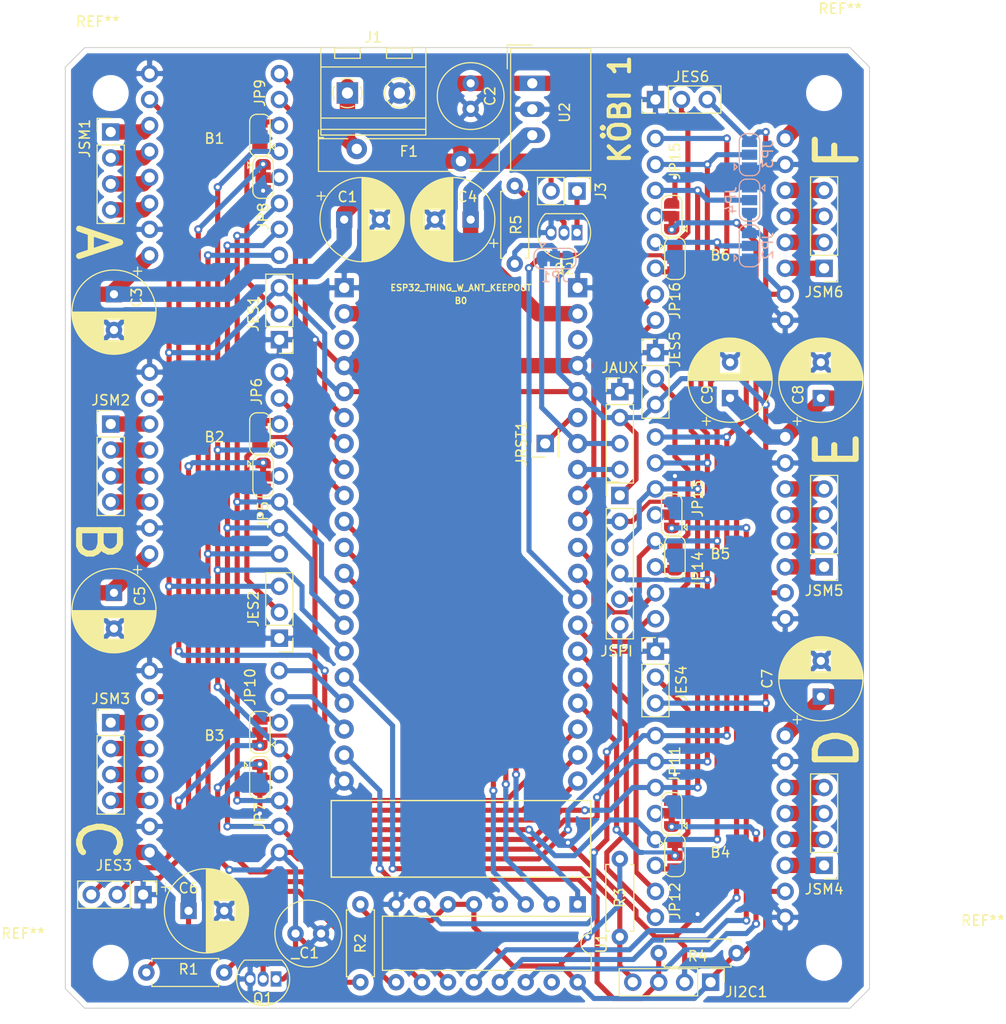
<source format=kicad_pcb>
(kicad_pcb (version 20171130) (host pcbnew "(5.1.2-1)-1")
  (title_block (title Köbi) (date 2019-08-26) (rev A))
  (layers (0 F.Cu signal) (31 B.Cu signal) (34 B.Paste user) (35 F.Paste user) (36 B.SilkS user) (37 F.SilkS user) (38 B.Mask user) (39 F.Mask user) (44 Edge.Cuts user))
  (net 0 "")
  (net 1 GND)
  (net 2 DISABLE_OUT)
  (net 3 /A_DIR)
  (net 4 /A_STP)
  (net 5 +24V)
  (net 6 +3V3)
  (net 7 +5V)
  (net 8 /AUX1)
  (net 9 SCK)
  (net 10 MOSI)
  (net 11 MISO)
  (net 12 /AUX0)
  (net 13 /SDA)
  (net 14 /A_FB)
  (net 15 /CS_0)
  (net 16 /CS_1)
  (net 17 /CS_2)
  (net 18 "Net-(F1-Pad2)")
  (net 19 "Net-(J3-Pad1)")
  (net 20 "Net-(JES1-Pad2)")
  (net 21 "Net-(JP1-Pad2)")
  (net 22 "Net-(Q1-Pad2)")
  (net 23 "Net-(Q2-Pad2)")
  (net 24 /C_STP)
  (net 25 /C_DIR)
  (net 26 /B_STP)
  (net 27 /B_DIR)
  (net 28 /F_STP)
  (net 29 /F_DIR)
  (net 30 /B_FB)
  (net 31 /C_FB)
  (net 32 /D_FB)
  (net 33 /E_FB)
  (net 34 /F_FB)
  (net 35 /E_STP)
  (net 36 /E_DIR)
  (net 37 /D_STP)
  (net 38 /D_DIR)
  (net 39 "Net-(B1-Pad6)")
  (net 40 "Net-(B1-Pad3)")
  (net 41 "Net-(B2-Pad14)")
  (net 42 "Net-(B2-Pad12)")
  (net 43 "Net-(B2-Pad6)")
  (net 44 "Net-(B2-Pad5)")
  (net 45 "Net-(B2-Pad4)")
  (net 46 "Net-(B2-Pad3)")
  (net 47 "Net-(B3-Pad14)")
  (net 48 "Net-(B3-Pad12)")
  (net 49 "Net-(B3-Pad6)")
  (net 50 "Net-(B3-Pad5)")
  (net 51 "Net-(B3-Pad4)")
  (net 52 "Net-(B3-Pad3)")
  (net 53 "Net-(B4-Pad14)")
  (net 54 "Net-(B4-Pad12)")
  (net 55 "Net-(B4-Pad6)")
  (net 56 "Net-(B4-Pad5)")
  (net 57 "Net-(B4-Pad4)")
  (net 58 "Net-(B4-Pad3)")
  (net 59 "Net-(B5-Pad14)")
  (net 60 "Net-(B5-Pad12)")
  (net 61 "Net-(B5-Pad6)")
  (net 62 "Net-(B5-Pad5)")
  (net 63 "Net-(B5-Pad4)")
  (net 64 "Net-(B5-Pad3)")
  (net 65 "Net-(B6-Pad14)")
  (net 66 "Net-(B6-Pad12)")
  (net 67 "Net-(B6-Pad6)")
  (net 68 "Net-(B6-Pad5)")
  (net 69 "Net-(B6-Pad4)")
  (net 70 "Net-(B6-Pad3)")
  (net 71 "Net-(JES2-Pad2)")
  (net 72 "Net-(JES3-Pad2)")
  (net 73 "Net-(JES4-Pad2)")
  (net 74 "Net-(JES5-Pad2)")
  (net 75 "Net-(JES6-Pad2)")
  (net 76 "/Stepper B/CS")
  (net 77 "/Stepper C/CS")
  (net 78 "/Stepper A/CS")
  (net 79 "Net-(B1-Pad14)")
  (net 80 "Net-(B1-Pad12)")
  (net 81 "Net-(B1-Pad5)")
  (net 82 "Net-(B1-Pad4)")
  (net 83 "Net-(B0-Pad6)")
  (net 84 /SCL)
  (net 85 "/Stepper D/CS")
  (net 86 "/Stepper E/CS")
  (net 87 "/Stepper F/CS")
  (net 88 /CS_AUX)
  (module MountingHole:MountingHole_2.5mm (layer F.Cu) (at 50.8 52.705)
    (fp_text reference REF** (at -1.27 -6.985) (layer F.SilkS))
    (fp_text value MountingHole_2.5mm)
    (pad 1 np_thru_hole circle (at 0 0) (size 2.5 2.5) (drill 2.5) (layers *.Cu *.Mask))
  )
  (module MountingHole:MountingHole_2.5mm (layer F.Cu) (at 50.8 137.795)
    (fp_text reference REF** (at -8.5725 -2.8575) (layer F.SilkS))
    (fp_text value MountingHole_2.5mm)
    (pad 1 np_thru_hole circle (at 0 0) (size 2.5 2.5) (drill 2.5) (layers *.Cu *.Mask))
  )
  (module MountingHole:MountingHole_2.5mm (layer F.Cu) (at 120.65 137.795)
    (fp_text reference REF** (at 15.5575 -4.1275) (layer F.SilkS))
    (fp_text value MountingHole_2.5mm)
    (pad 1 np_thru_hole circle (at 0 0) (size 2.5 2.5) (drill 2.5) (layers *.Cu *.Mask))
  )
  (module MountingHole:MountingHole_2.5mm (layer F.Cu) (at 120.65 52.705)
    (fp_text reference REF** (at 1.5875 -8.255) (layer F.SilkS))
    (fp_text value MountingHole_2.5mm)
    (pad 1 np_thru_hole circle (at 0 0) (size 2.5 2.5) (drill 2.5) (layers *.Cu *.Mask))
  )
  (module Connector_PinHeader_2.54mm:PinHeader_1x06_P2.54mm_Vertical (layer F.Cu) (at 100.6475 92.075)
    (fp_text reference JSPI (at -0.3175 15.24) (layer F.SilkS))
    (fp_text value Conn_01x06_Male)
    (pad 6 thru_hole oval (at 0 12.7) (size 1.7 1.7) (drill 1) (layers *.Cu *.Mask) (net 88 /CS_AUX))
    (pad 5 thru_hole oval (at 0 10.16) (size 1.7 1.7) (drill 1) (layers *.Cu *.Mask) (net 11 MISO))
    (pad 4 thru_hole oval (at 0 7.62) (size 1.7 1.7) (drill 1) (layers *.Cu *.Mask) (net 10 MOSI))
    (pad 3 thru_hole oval (at 0 5.08) (size 1.7 1.7) (drill 1) (layers *.Cu *.Mask) (net 9 SCK))
    (pad 2 thru_hole oval (at 0 2.54) (size 1.7 1.7) (drill 1) (layers *.Cu *.Mask) (net 1 GND))
    (pad 1 thru_hole rect (at 0 0) (size 1.7 1.7) (drill 1) (layers *.Cu *.Mask) (net 6 +3V3))
  )
  (module Connector_PinHeader_2.54mm:PinHeader_1x04_P2.54mm_Vertical (layer F.Cu) (at 100.6475 81.915)
    (fp_text reference JAUX (at 0 -2.33) (layer F.SilkS))
    (fp_text value Conn_01x04_Male)
    (pad 4 thru_hole oval (at 0 7.62) (size 1.7 1.7) (drill 1) (layers *.Cu *.Mask) (net 8 /AUX1))
    (pad 3 thru_hole oval (at 0 5.08) (size 1.7 1.7) (drill 1) (layers *.Cu *.Mask) (net 12 /AUX0))
    (pad 2 thru_hole oval (at 0 2.54) (size 1.7 1.7) (drill 1) (layers *.Cu *.Mask) (net 6 +3V3))
    (pad 1 thru_hole rect (at 0 0) (size 1.7 1.7) (drill 1) (layers *.Cu *.Mask) (net 1 GND))
  )
  (module Boards:ESP32_THING (layer F.Cu) (at 97.79 70.485 180)
    (fp_text reference B0 (at 12.7 -2.54) (layer F.SilkS) (effects (font (size 0.6096 0.6096) (thickness 0.127))))
    (fp_text value ESP32_THING_W_ANT_KEEPOUT (at 12.7 -1.27) (layer F.SilkS) (effects (font (size 0.6096 0.6096) (thickness 0.127))))
    (pad 40 thru_hole rect (at 24.13 -1.27 180) (size 1.8796 1.8796) (drill 1.016) (layers *.Cu *.Mask) (net 1 GND))
    (pad 39 thru_hole circle (at 24.13 -3.81 180) (size 1.8796 1.8796) (drill 1.016) (layers *.Cu *.Mask) (net 7 +5V))
    (pad 38 thru_hole circle (at 24.13 -6.35 180) (size 1.8796 1.8796) (drill 1.016) (layers *.Cu *.Mask))
    (pad 37 thru_hole circle (at 24.13 -8.89 180) (size 1.8796 1.8796) (drill 1.016) (layers *.Cu *.Mask) (net 1 GND))
    (pad 36 thru_hole circle (at 24.13 -11.43 180) (size 1.8796 1.8796) (drill 1.016) (layers *.Cu *.Mask) (net 6 +3V3))
    (pad 35 thru_hole circle (at 24.13 -13.97 180) (size 1.8796 1.8796) (drill 1.016) (layers *.Cu *.Mask) (net 3 /A_DIR))
    (pad 34 thru_hole circle (at 24.13 -16.51 180) (size 1.8796 1.8796) (drill 1.016) (layers *.Cu *.Mask) (net 4 /A_STP))
    (pad 33 thru_hole circle (at 24.13 -19.05 180) (size 1.8796 1.8796) (drill 1.016) (layers *.Cu *.Mask) (net 27 /B_DIR))
    (pad 32 thru_hole circle (at 24.13 -21.59 180) (size 1.8796 1.8796) (drill 1.016) (layers *.Cu *.Mask) (net 26 /B_STP))
    (pad 31 thru_hole circle (at 24.13 -24.13 180) (size 1.8796 1.8796) (drill 1.016) (layers *.Cu *.Mask) (net 15 /CS_0))
    (pad 30 thru_hole circle (at 24.13 -26.67 180) (size 1.8796 1.8796) (drill 1.016) (layers *.Cu *.Mask) (net 16 /CS_1))
    (pad 29 thru_hole circle (at 24.13 -29.21 180) (size 1.8796 1.8796) (drill 1.016) (layers *.Cu *.Mask) (net 17 /CS_2))
    (pad 28 thru_hole circle (at 24.13 -31.75 180) (size 1.8796 1.8796) (drill 1.016) (layers *.Cu *.Mask) (net 9 SCK))
    (pad 27 thru_hole circle (at 24.13 -34.29 180) (size 1.8796 1.8796) (drill 1.016) (layers *.Cu *.Mask) (net 10 MOSI))
    (pad 26 thru_hole circle (at 24.13 -36.83 180) (size 1.8796 1.8796) (drill 1.016) (layers *.Cu *.Mask) (net 11 MISO))
    (pad 25 thru_hole circle (at 24.13 -39.37 180) (size 1.8796 1.8796) (drill 1.016) (layers *.Cu *.Mask) (net 84 /SCL))
    (pad 24 thru_hole circle (at 24.13 -41.91 180) (size 1.8796 1.8796) (drill 1.016) (layers *.Cu *.Mask) (net 25 /C_DIR))
    (pad 23 thru_hole circle (at 24.13 -44.45 180) (size 1.8796 1.8796) (drill 1.016) (layers *.Cu *.Mask) (net 24 /C_STP))
    (pad 22 thru_hole circle (at 24.13 -46.99 180) (size 1.8796 1.8796) (drill 1.016) (layers *.Cu *.Mask) (net 13 /SDA))
    (pad 21 thru_hole circle (at 24.13 -49.53 180) (size 1.8796 1.8796) (drill 1.016) (layers *.Cu *.Mask) (net 1 GND))
    (pad 20 thru_hole circle (at 1.27 -49.53 180) (size 1.8796 1.8796) (drill 1.016) (layers *.Cu *.Mask) (net 31 /C_FB))
    (pad 19 thru_hole circle (at 1.27 -46.99 180) (size 1.8796 1.8796) (drill 1.016) (layers *.Cu *.Mask) (net 30 /B_FB))
    (pad 18 thru_hole circle (at 1.27 -44.45 180) (size 1.8796 1.8796) (drill 1.016) (layers *.Cu *.Mask) (net 14 /A_FB))
    (pad 17 thru_hole circle (at 1.27 -41.91 180) (size 1.8796 1.8796) (drill 1.016) (layers *.Cu *.Mask) (net 32 /D_FB))
    (pad 16 thru_hole circle (at 1.27 -39.37 180) (size 1.8796 1.8796) (drill 1.016) (layers *.Cu *.Mask) (net 38 /D_DIR))
    (pad 15 thru_hole circle (at 1.27 -36.83 180) (size 1.8796 1.8796) (drill 1.016) (layers *.Cu *.Mask) (net 37 /D_STP))
    (pad 14 thru_hole circle (at 1.27 -34.29 180) (size 1.8796 1.8796) (drill 1.016) (layers *.Cu *.Mask) (net 33 /E_FB))
    (pad 13 thru_hole circle (at 1.27 -31.75 180) (size 1.8796 1.8796) (drill 1.016) (layers *.Cu *.Mask) (net 34 /F_FB))
    (pad 12 thru_hole circle (at 1.27 -29.21 180) (size 1.8796 1.8796) (drill 1.016) (layers *.Cu *.Mask) (net 36 /E_DIR))
    (pad 11 thru_hole circle (at 1.27 -26.67 180) (size 1.8796 1.8796) (drill 1.016) (layers *.Cu *.Mask) (net 35 /E_STP))
    (pad 10 thru_hole circle (at 1.27 -24.13 180) (size 1.8796 1.8796) (drill 1.016) (layers *.Cu *.Mask) (net 29 /F_DIR))
    (pad 9 thru_hole circle (at 1.27 -21.59 180) (size 1.8796 1.8796) (drill 1.016) (layers *.Cu *.Mask) (net 28 /F_STP))
    (pad 8 thru_hole circle (at 1.27 -19.05 180) (size 1.8796 1.8796) (drill 1.016) (layers *.Cu *.Mask) (net 8 /AUX1))
    (pad 7 thru_hole circle (at 1.27 -16.51 180) (size 1.8796 1.8796) (drill 1.016) (layers *.Cu *.Mask) (net 12 /AUX0))
    (pad 6 thru_hole circle (at 1.27 -13.97 180) (size 1.8796 1.8796) (drill 1.016) (layers *.Cu *.Mask) (net 83 "Net-(B0-Pad6)"))
    (pad 5 thru_hole circle (at 1.27 -11.43 180) (size 1.8796 1.8796) (drill 1.016) (layers *.Cu *.Mask) (net 6 +3V3))
    (pad 4 thru_hole circle (at 1.27 -8.89 180) (size 1.8796 1.8796) (drill 1.016) (layers *.Cu *.Mask) (net 1 GND))
    (pad 3 thru_hole circle (at 1.27 -6.35 180) (size 1.8796 1.8796) (drill 1.016) (layers *.Cu *.Mask))
    (pad 2 thru_hole circle (at 1.27 -3.81 180) (size 1.8796 1.8796) (drill 1.016) (layers *.Cu *.Mask) (net 7 +5V))
    (pad 1 thru_hole rect (at 1.27 -1.27 180) (size 1.8796 1.8796) (drill 1.016) (layers *.Cu *.Mask) (net 1 GND))
  )
  (module Package_DIP:DIP-16_W7.62mm (layer F.Cu) (at 96.52 132.08 270)
    (fp_text reference U1 (at 3.81 -2.33 90) (layer F.SilkS))
    (fp_text value 74LS138)
    (pad 16 thru_hole oval (at 7.62 0 270) (size 1.6 1.6) (drill 0.8) (layers *.Cu *.Mask) (net 6 +3V3))
    (pad 8 thru_hole oval (at 0 17.78 270) (size 1.6 1.6) (drill 0.8) (layers *.Cu *.Mask) (net 1 GND))
    (pad 15 thru_hole oval (at 7.62 2.54 270) (size 1.6 1.6) (drill 0.8) (layers *.Cu *.Mask))
    (pad 7 thru_hole oval (at 0 15.24 270) (size 1.6 1.6) (drill 0.8) (layers *.Cu *.Mask) (net 88 /CS_AUX))
    (pad 14 thru_hole oval (at 7.62 5.08 270) (size 1.6 1.6) (drill 0.8) (layers *.Cu *.Mask) (net 85 "/Stepper D/CS"))
    (pad 6 thru_hole oval (at 0 12.7 270) (size 1.6 1.6) (drill 0.8) (layers *.Cu *.Mask) (net 6 +3V3))
    (pad 13 thru_hole oval (at 7.62 7.62 270) (size 1.6 1.6) (drill 0.8) (layers *.Cu *.Mask) (net 86 "/Stepper E/CS"))
    (pad 5 thru_hole oval (at 0 10.16 270) (size 1.6 1.6) (drill 0.8) (layers *.Cu *.Mask) (net 6 +3V3))
    (pad 12 thru_hole oval (at 7.62 10.16 270) (size 1.6 1.6) (drill 0.8) (layers *.Cu *.Mask) (net 87 "/Stepper F/CS"))
    (pad 4 thru_hole oval (at 0 7.62 270) (size 1.6 1.6) (drill 0.8) (layers *.Cu *.Mask) (net 1 GND))
    (pad 11 thru_hole oval (at 7.62 12.7 270) (size 1.6 1.6) (drill 0.8) (layers *.Cu *.Mask) (net 77 "/Stepper C/CS"))
    (pad 3 thru_hole oval (at 0 5.08 270) (size 1.6 1.6) (drill 0.8) (layers *.Cu *.Mask) (net 17 /CS_2))
    (pad 10 thru_hole oval (at 7.62 15.24 270) (size 1.6 1.6) (drill 0.8) (layers *.Cu *.Mask) (net 78 "/Stepper A/CS"))
    (pad 2 thru_hole oval (at 0 2.54 270) (size 1.6 1.6) (drill 0.8) (layers *.Cu *.Mask) (net 16 /CS_1))
    (pad 9 thru_hole oval (at 7.62 17.78 270) (size 1.6 1.6) (drill 0.8) (layers *.Cu *.Mask) (net 76 "/Stepper B/CS"))
    (pad 1 thru_hole rect (at 0 0 270) (size 1.6 1.6) (drill 0.8) (layers *.Cu *.Mask) (net 15 /CS_0))
  )
  (module fait_maison:StepStick (layer F.Cu) (at 116.84 74.93)
    (fp_text reference B6 (at -6.35 -6.35) (layer F.SilkS))
    (fp_text value SilentStepStick)
    (pad 16 thru_hole oval (at -12.7 0) (size 1.7 1.7) (drill 1) (layers *.Cu *.Mask) (net 29 /F_DIR))
    (pad 15 thru_hole oval (at -12.7 -2.54) (size 1.7 1.7) (drill 1) (layers *.Cu *.Mask) (net 28 /F_STP))
    (pad 14 thru_hole oval (at -12.7 -5.08) (size 1.7 1.7) (drill 1) (layers *.Cu *.Mask) (net 65 "Net-(B6-Pad14)"))
    (pad 13 thru_hole oval (at -12.7 -7.62) (size 1.7 1.7) (drill 1) (layers *.Cu *.Mask) (net 11 MISO))
    (pad 12 thru_hole oval (at -12.7 -10.16) (size 1.7 1.7) (drill 1) (layers *.Cu *.Mask) (net 66 "Net-(B6-Pad12)"))
    (pad 11 thru_hole oval (at -12.7 -12.7) (size 1.7 1.7) (drill 1) (layers *.Cu *.Mask) (net 9 SCK))
    (pad 10 thru_hole oval (at -12.7 -15.24) (size 1.7 1.7) (drill 1) (layers *.Cu *.Mask) (net 10 MOSI))
    (pad 9 thru_hole oval (at -12.7 -17.78) (size 1.7 1.7) (drill 1) (layers *.Cu *.Mask) (net 2 DISABLE_OUT))
    (pad 8 thru_hole oval (at 0 -17.78) (size 1.7 1.7) (drill 1) (layers *.Cu *.Mask) (net 5 +24V))
    (pad 7 thru_hole oval (at 0 -15.24) (size 1.7 1.7) (drill 1) (layers *.Cu *.Mask) (net 1 GND))
    (pad 6 thru_hole oval (at 0 -12.7) (size 1.7 1.7) (drill 1) (layers *.Cu *.Mask) (net 67 "Net-(B6-Pad6)"))
    (pad 5 thru_hole oval (at 0 -10.16) (size 1.7 1.7) (drill 1) (layers *.Cu *.Mask) (net 68 "Net-(B6-Pad5)"))
    (pad 4 thru_hole oval (at 0 -7.62) (size 1.7 1.7) (drill 1) (layers *.Cu *.Mask) (net 69 "Net-(B6-Pad4)"))
    (pad 3 thru_hole oval (at 0 -5.08) (size 1.7 1.7) (drill 1) (layers *.Cu *.Mask) (net 70 "Net-(B6-Pad3)"))
    (pad 2 thru_hole oval (at 0 -2.54) (size 1.7 1.7) (drill 1) (layers *.Cu *.Mask) (net 6 +3V3))
    (pad 1 thru_hole oval (at 0 0) (size 1.7 1.7) (drill 1) (layers *.Cu *.Mask) (net 1 GND))
  )
  (module fait_maison:StepStick (layer F.Cu) (at 116.84 104.14)
    (fp_text reference B5 (at -6.35 -6.35) (layer F.SilkS))
    (fp_text value SilentStepStick)
    (pad 16 thru_hole oval (at -12.7 0) (size 1.7 1.7) (drill 1) (layers *.Cu *.Mask) (net 36 /E_DIR))
    (pad 15 thru_hole oval (at -12.7 -2.54) (size 1.7 1.7) (drill 1) (layers *.Cu *.Mask) (net 35 /E_STP))
    (pad 14 thru_hole oval (at -12.7 -5.08) (size 1.7 1.7) (drill 1) (layers *.Cu *.Mask) (net 59 "Net-(B5-Pad14)"))
    (pad 13 thru_hole oval (at -12.7 -7.62) (size 1.7 1.7) (drill 1) (layers *.Cu *.Mask) (net 11 MISO))
    (pad 12 thru_hole oval (at -12.7 -10.16) (size 1.7 1.7) (drill 1) (layers *.Cu *.Mask) (net 60 "Net-(B5-Pad12)"))
    (pad 11 thru_hole oval (at -12.7 -12.7) (size 1.7 1.7) (drill 1) (layers *.Cu *.Mask) (net 9 SCK))
    (pad 10 thru_hole oval (at -12.7 -15.24) (size 1.7 1.7) (drill 1) (layers *.Cu *.Mask) (net 10 MOSI))
    (pad 9 thru_hole oval (at -12.7 -17.78) (size 1.7 1.7) (drill 1) (layers *.Cu *.Mask) (net 2 DISABLE_OUT))
    (pad 8 thru_hole oval (at 0 -17.78) (size 1.7 1.7) (drill 1) (layers *.Cu *.Mask) (net 5 +24V))
    (pad 7 thru_hole oval (at 0 -15.24) (size 1.7 1.7) (drill 1) (layers *.Cu *.Mask) (net 1 GND))
    (pad 6 thru_hole oval (at 0 -12.7) (size 1.7 1.7) (drill 1) (layers *.Cu *.Mask) (net 61 "Net-(B5-Pad6)"))
    (pad 5 thru_hole oval (at 0 -10.16) (size 1.7 1.7) (drill 1) (layers *.Cu *.Mask) (net 62 "Net-(B5-Pad5)"))
    (pad 4 thru_hole oval (at 0 -7.62) (size 1.7 1.7) (drill 1) (layers *.Cu *.Mask) (net 63 "Net-(B5-Pad4)"))
    (pad 3 thru_hole oval (at 0 -5.08) (size 1.7 1.7) (drill 1) (layers *.Cu *.Mask) (net 64 "Net-(B5-Pad3)"))
    (pad 2 thru_hole oval (at 0 -2.54) (size 1.7 1.7) (drill 1) (layers *.Cu *.Mask) (net 6 +3V3))
    (pad 1 thru_hole oval (at 0 0) (size 1.7 1.7) (drill 1) (layers *.Cu *.Mask) (net 1 GND))
  )
  (module fait_maison:StepStick (layer F.Cu) (at 116.84 133.35)
    (fp_text reference B4 (at -6.35 -6.35) (layer F.SilkS))
    (fp_text value SilentStepStick)
    (pad 16 thru_hole oval (at -12.7 0) (size 1.7 1.7) (drill 1) (layers *.Cu *.Mask) (net 38 /D_DIR))
    (pad 15 thru_hole oval (at -12.7 -2.54) (size 1.7 1.7) (drill 1) (layers *.Cu *.Mask) (net 37 /D_STP))
    (pad 14 thru_hole oval (at -12.7 -5.08) (size 1.7 1.7) (drill 1) (layers *.Cu *.Mask) (net 53 "Net-(B4-Pad14)"))
    (pad 13 thru_hole oval (at -12.7 -7.62) (size 1.7 1.7) (drill 1) (layers *.Cu *.Mask) (net 11 MISO))
    (pad 12 thru_hole oval (at -12.7 -10.16) (size 1.7 1.7) (drill 1) (layers *.Cu *.Mask) (net 54 "Net-(B4-Pad12)"))
    (pad 11 thru_hole oval (at -12.7 -12.7) (size 1.7 1.7) (drill 1) (layers *.Cu *.Mask) (net 9 SCK))
    (pad 10 thru_hole oval (at -12.7 -15.24) (size 1.7 1.7) (drill 1) (layers *.Cu *.Mask) (net 10 MOSI))
    (pad 9 thru_hole oval (at -12.7 -17.78) (size 1.7 1.7) (drill 1) (layers *.Cu *.Mask) (net 2 DISABLE_OUT))
    (pad 8 thru_hole oval (at 0 -17.78) (size 1.7 1.7) (drill 1) (layers *.Cu *.Mask) (net 5 +24V))
    (pad 7 thru_hole oval (at 0 -15.24) (size 1.7 1.7) (drill 1) (layers *.Cu *.Mask) (net 1 GND))
    (pad 6 thru_hole oval (at 0 -12.7) (size 1.7 1.7) (drill 1) (layers *.Cu *.Mask) (net 55 "Net-(B4-Pad6)"))
    (pad 5 thru_hole oval (at 0 -10.16) (size 1.7 1.7) (drill 1) (layers *.Cu *.Mask) (net 56 "Net-(B4-Pad5)"))
    (pad 4 thru_hole oval (at 0 -7.62) (size 1.7 1.7) (drill 1) (layers *.Cu *.Mask) (net 57 "Net-(B4-Pad4)"))
    (pad 3 thru_hole oval (at 0 -5.08) (size 1.7 1.7) (drill 1) (layers *.Cu *.Mask) (net 58 "Net-(B4-Pad3)"))
    (pad 2 thru_hole oval (at 0 -2.54) (size 1.7 1.7) (drill 1) (layers *.Cu *.Mask) (net 6 +3V3))
    (pad 1 thru_hole oval (at 0 0) (size 1.7 1.7) (drill 1) (layers *.Cu *.Mask) (net 1 GND))
  )
  (module fait_maison:StepStick (layer F.Cu) (at 54.61 109.22 180)
    (fp_text reference B3 (at -6.35 -6.35) (layer F.SilkS))
    (fp_text value SilentStepStick)
    (pad 16 thru_hole oval (at -12.7 0 180) (size 1.7 1.7) (drill 1) (layers *.Cu *.Mask) (net 25 /C_DIR))
    (pad 15 thru_hole oval (at -12.7 -2.54 180) (size 1.7 1.7) (drill 1) (layers *.Cu *.Mask) (net 24 /C_STP))
    (pad 14 thru_hole oval (at -12.7 -5.08 180) (size 1.7 1.7) (drill 1) (layers *.Cu *.Mask) (net 47 "Net-(B3-Pad14)"))
    (pad 13 thru_hole oval (at -12.7 -7.62 180) (size 1.7 1.7) (drill 1) (layers *.Cu *.Mask) (net 11 MISO))
    (pad 12 thru_hole oval (at -12.7 -10.16 180) (size 1.7 1.7) (drill 1) (layers *.Cu *.Mask) (net 48 "Net-(B3-Pad12)"))
    (pad 11 thru_hole oval (at -12.7 -12.7 180) (size 1.7 1.7) (drill 1) (layers *.Cu *.Mask) (net 9 SCK))
    (pad 10 thru_hole oval (at -12.7 -15.24 180) (size 1.7 1.7) (drill 1) (layers *.Cu *.Mask) (net 10 MOSI))
    (pad 9 thru_hole oval (at -12.7 -17.78 180) (size 1.7 1.7) (drill 1) (layers *.Cu *.Mask) (net 2 DISABLE_OUT))
    (pad 8 thru_hole oval (at 0 -17.78 180) (size 1.7 1.7) (drill 1) (layers *.Cu *.Mask) (net 5 +24V))
    (pad 7 thru_hole oval (at 0 -15.24 180) (size 1.7 1.7) (drill 1) (layers *.Cu *.Mask) (net 1 GND))
    (pad 6 thru_hole oval (at 0 -12.7 180) (size 1.7 1.7) (drill 1) (layers *.Cu *.Mask) (net 49 "Net-(B3-Pad6)"))
    (pad 5 thru_hole oval (at 0 -10.16 180) (size 1.7 1.7) (drill 1) (layers *.Cu *.Mask) (net 50 "Net-(B3-Pad5)"))
    (pad 4 thru_hole oval (at 0 -7.62 180) (size 1.7 1.7) (drill 1) (layers *.Cu *.Mask) (net 51 "Net-(B3-Pad4)"))
    (pad 3 thru_hole oval (at 0 -5.08 180) (size 1.7 1.7) (drill 1) (layers *.Cu *.Mask) (net 52 "Net-(B3-Pad3)"))
    (pad 2 thru_hole oval (at 0 -2.54 180) (size 1.7 1.7) (drill 1) (layers *.Cu *.Mask) (net 6 +3V3))
    (pad 1 thru_hole oval (at 0 0 180) (size 1.7 1.7) (drill 1) (layers *.Cu *.Mask) (net 1 GND))
  )
  (module fait_maison:StepStick (layer F.Cu) (at 54.61 80.01 180)
    (fp_text reference B2 (at -6.35 -6.35) (layer F.SilkS))
    (fp_text value SilentStepStick)
    (pad 16 thru_hole oval (at -12.7 0 180) (size 1.7 1.7) (drill 1) (layers *.Cu *.Mask) (net 27 /B_DIR))
    (pad 15 thru_hole oval (at -12.7 -2.54 180) (size 1.7 1.7) (drill 1) (layers *.Cu *.Mask) (net 26 /B_STP))
    (pad 14 thru_hole oval (at -12.7 -5.08 180) (size 1.7 1.7) (drill 1) (layers *.Cu *.Mask) (net 41 "Net-(B2-Pad14)"))
    (pad 13 thru_hole oval (at -12.7 -7.62 180) (size 1.7 1.7) (drill 1) (layers *.Cu *.Mask) (net 11 MISO))
    (pad 12 thru_hole oval (at -12.7 -10.16 180) (size 1.7 1.7) (drill 1) (layers *.Cu *.Mask) (net 42 "Net-(B2-Pad12)"))
    (pad 11 thru_hole oval (at -12.7 -12.7 180) (size 1.7 1.7) (drill 1) (layers *.Cu *.Mask) (net 9 SCK))
    (pad 10 thru_hole oval (at -12.7 -15.24 180) (size 1.7 1.7) (drill 1) (layers *.Cu *.Mask) (net 10 MOSI))
    (pad 9 thru_hole oval (at -12.7 -17.78 180) (size 1.7 1.7) (drill 1) (layers *.Cu *.Mask) (net 2 DISABLE_OUT))
    (pad 8 thru_hole oval (at 0 -17.78 180) (size 1.7 1.7) (drill 1) (layers *.Cu *.Mask) (net 5 +24V))
    (pad 7 thru_hole oval (at 0 -15.24 180) (size 1.7 1.7) (drill 1) (layers *.Cu *.Mask) (net 1 GND))
    (pad 6 thru_hole oval (at 0 -12.7 180) (size 1.7 1.7) (drill 1) (layers *.Cu *.Mask) (net 43 "Net-(B2-Pad6)"))
    (pad 5 thru_hole oval (at 0 -10.16 180) (size 1.7 1.7) (drill 1) (layers *.Cu *.Mask) (net 44 "Net-(B2-Pad5)"))
    (pad 4 thru_hole oval (at 0 -7.62 180) (size 1.7 1.7) (drill 1) (layers *.Cu *.Mask) (net 45 "Net-(B2-Pad4)"))
    (pad 3 thru_hole oval (at 0 -5.08 180) (size 1.7 1.7) (drill 1) (layers *.Cu *.Mask) (net 46 "Net-(B2-Pad3)"))
    (pad 2 thru_hole oval (at 0 -2.54 180) (size 1.7 1.7) (drill 1) (layers *.Cu *.Mask) (net 6 +3V3))
    (pad 1 thru_hole oval (at 0 0 180) (size 1.7 1.7) (drill 1) (layers *.Cu *.Mask) (net 1 GND))
  )
  (module Connector_PinHeader_2.54mm:PinHeader_1x04_P2.54mm_Vertical (layer F.Cu) (at 50.8 85.09)
    (fp_text reference JSM2 (at 0 -2.33) (layer F.SilkS))
    (fp_text value Conn_01x04_Male hide)
    (pad 4 thru_hole oval (at 0 7.62) (size 1.7 1.7) (drill 1) (layers *.Cu *.Mask) (net 43 "Net-(B2-Pad6)"))
    (pad 3 thru_hole oval (at 0 5.08) (size 1.7 1.7) (drill 1) (layers *.Cu *.Mask) (net 44 "Net-(B2-Pad5)"))
    (pad 2 thru_hole oval (at 0 2.54) (size 1.7 1.7) (drill 1) (layers *.Cu *.Mask) (net 45 "Net-(B2-Pad4)"))
    (pad 1 thru_hole rect (at 0 0) (size 1.7 1.7) (drill 1) (layers *.Cu *.Mask) (net 46 "Net-(B2-Pad3)"))
  )
  (module Jumper:SolderJumper-3_P1.3mm_Bridged12_RoundedPad1.0x1.5mm (layer F.Cu) (at 65.405 86.0425 90)
    (fp_text reference JP6 (at 4.1275 -0.3175 90) (layer F.SilkS))
    (fp_text value SolderJumper_3_Bridged12 hide)
    (fp_poly (pts (xy -0.9 -0.3) (xy -0.4 -0.3) (xy -0.4 0.3) (xy -0.9 0.3)) (layer F.Cu) (width 0))
    (pad 1 smd custom (at -1.3 0 90) (size 1 0.5) (layers F.Cu F.Mask) (net 71 "Net-(JES2-Pad2)") (options (clearance outline) (anchor rect)) (primitives (gr_circle (center 0 0.25) (end 0.5 0.25) (width 0)) (gr_circle (center 0 -0.25) (end 0.5 -0.25) (width 0)) (gr_poly (pts (xy 0.55 -0.75) (xy 0 -0.75) (xy 0 0.75) (xy 0.55 0.75)) (width 0))))
    (pad 2 smd rect (at 0 0 90) (size 1 1.5) (layers F.Cu F.Mask) (net 30 /B_FB))
    (pad 3 smd custom (at 1.3 0 90) (size 1 0.5) (layers F.Cu F.Mask) (net 41 "Net-(B2-Pad14)") (options (clearance outline) (anchor rect)) (primitives (gr_circle (center 0 0.25) (end 0.5 0.25) (width 0)) (gr_circle (center 0 -0.25) (end 0.5 -0.25) (width 0)) (gr_poly (pts (xy -0.55 -0.75) (xy 0 -0.75) (xy 0 0.75) (xy -0.55 0.75)) (width 0))))
  )
  (module Jumper:SolderJumper-3_P1.3mm_Bridged12_RoundedPad1.0x1.5mm (layer F.Cu) (at 65.7225 90.17 270)
    (fp_text reference JP5 (at 3.81 0 90) (layer F.SilkS))
    (fp_text value SolderJumper_3_Bridged12 hide)
    (fp_poly (pts (xy -0.9 -0.3) (xy -0.4 -0.3) (xy -0.4 0.3) (xy -0.9 0.3)) (layer F.Cu) (width 0))
    (pad 1 smd custom (at -1.3 0 270) (size 1 0.5) (layers F.Cu F.Mask) (net 76 "/Stepper B/CS") (options (clearance outline) (anchor rect)) (primitives (gr_circle (center 0 0.25) (end 0.5 0.25) (width 0)) (gr_circle (center 0 -0.25) (end 0.5 -0.25) (width 0)) (gr_poly (pts (xy 0.55 -0.75) (xy 0 -0.75) (xy 0 0.75) (xy 0.55 0.75)) (width 0))))
    (pad 2 smd rect (at 0 0 270) (size 1 1.5) (layers F.Cu F.Mask) (net 42 "Net-(B2-Pad12)"))
    (pad 3 smd custom (at 1.3 0 270) (size 1 0.5) (layers F.Cu F.Mask) (net 1 GND) (options (clearance outline) (anchor rect)) (primitives (gr_circle (center 0 0.25) (end 0.5 0.25) (width 0)) (gr_circle (center 0 -0.25) (end 0.5 -0.25) (width 0)) (gr_poly (pts (xy -0.55 -0.75) (xy 0 -0.75) (xy 0 0.75) (xy -0.55 0.75)) (width 0))))
  )
  (module Connector_PinHeader_2.54mm:PinHeader_1x03_P2.54mm_Vertical (layer F.Cu) (at 67.31 106.045 180)
    (fp_text reference JES2 (at 2.54 2.8575 90) (layer F.SilkS))
    (fp_text value Conn_01x03_Male hide)
    (pad 3 thru_hole oval (at 0 5.08 180) (size 1.7 1.7) (drill 1) (layers *.Cu *.Mask) (net 6 +3V3))
    (pad 2 thru_hole oval (at 0 2.54 180) (size 1.7 1.7) (drill 1) (layers *.Cu *.Mask) (net 71 "Net-(JES2-Pad2)"))
    (pad 1 thru_hole rect (at 0 0 180) (size 1.7 1.7) (drill 1) (layers *.Cu *.Mask) (net 1 GND))
  )
  (module Capacitor_THT:CP_Radial_D8.0mm_P3.50mm (layer F.Cu) (at 51.1175 101.6 270)
    (fp_text reference C5 (at 0.3175 -2.54 90) (layer F.SilkS))
    (fp_text value 100u)
    (pad 2 thru_hole circle (at 3.5 0 270) (size 1.6 1.6) (drill 0.8) (layers *.Cu *.Mask) (net 1 GND))
    (pad 1 thru_hole rect (at 0 0 270) (size 1.6 1.6) (drill 0.8) (layers *.Cu *.Mask) (net 5 +24V))
  )
  (module fait_maison:StepStick (layer F.Cu) (at 54.61 50.8 180)
    (fp_text reference B1 (at -6.35 -6.35) (layer F.SilkS))
    (fp_text value SilentStepStick)
    (pad 16 thru_hole oval (at -12.7 0 180) (size 1.7 1.7) (drill 1) (layers *.Cu *.Mask) (net 3 /A_DIR))
    (pad 15 thru_hole oval (at -12.7 -2.54 180) (size 1.7 1.7) (drill 1) (layers *.Cu *.Mask) (net 4 /A_STP))
    (pad 14 thru_hole oval (at -12.7 -5.08 180) (size 1.7 1.7) (drill 1) (layers *.Cu *.Mask) (net 79 "Net-(B1-Pad14)"))
    (pad 13 thru_hole oval (at -12.7 -7.62 180) (size 1.7 1.7) (drill 1) (layers *.Cu *.Mask) (net 11 MISO))
    (pad 12 thru_hole oval (at -12.7 -10.16 180) (size 1.7 1.7) (drill 1) (layers *.Cu *.Mask) (net 80 "Net-(B1-Pad12)"))
    (pad 11 thru_hole oval (at -12.7 -12.7 180) (size 1.7 1.7) (drill 1) (layers *.Cu *.Mask) (net 9 SCK))
    (pad 10 thru_hole oval (at -12.7 -15.24 180) (size 1.7 1.7) (drill 1) (layers *.Cu *.Mask) (net 10 MOSI))
    (pad 9 thru_hole oval (at -12.7 -17.78 180) (size 1.7 1.7) (drill 1) (layers *.Cu *.Mask) (net 2 DISABLE_OUT))
    (pad 8 thru_hole oval (at 0 -17.78 180) (size 1.7 1.7) (drill 1) (layers *.Cu *.Mask) (net 5 +24V))
    (pad 7 thru_hole oval (at 0 -15.24 180) (size 1.7 1.7) (drill 1) (layers *.Cu *.Mask) (net 1 GND))
    (pad 6 thru_hole oval (at 0 -12.7 180) (size 1.7 1.7) (drill 1) (layers *.Cu *.Mask) (net 39 "Net-(B1-Pad6)"))
    (pad 5 thru_hole oval (at 0 -10.16 180) (size 1.7 1.7) (drill 1) (layers *.Cu *.Mask) (net 81 "Net-(B1-Pad5)"))
    (pad 4 thru_hole oval (at 0 -7.62 180) (size 1.7 1.7) (drill 1) (layers *.Cu *.Mask) (net 82 "Net-(B1-Pad4)"))
    (pad 3 thru_hole oval (at 0 -5.08 180) (size 1.7 1.7) (drill 1) (layers *.Cu *.Mask) (net 40 "Net-(B1-Pad3)"))
    (pad 2 thru_hole oval (at 0 -2.54 180) (size 1.7 1.7) (drill 1) (layers *.Cu *.Mask) (net 6 +3V3))
    (pad 1 thru_hole oval (at 0 0 180) (size 1.7 1.7) (drill 1) (layers *.Cu *.Mask) (net 1 GND))
  )
  (module Connector_PinHeader_2.54mm:PinHeader_1x04_P2.54mm_Vertical (layer F.Cu) (at 120.65 69.85 180)
    (fp_text reference JSM6 (at 0 -2.33) (layer F.SilkS))
    (fp_text value Conn_01x04_Male hide)
    (pad 4 thru_hole oval (at 0 7.62 180) (size 1.7 1.7) (drill 1) (layers *.Cu *.Mask) (net 67 "Net-(B6-Pad6)"))
    (pad 3 thru_hole oval (at 0 5.08 180) (size 1.7 1.7) (drill 1) (layers *.Cu *.Mask) (net 68 "Net-(B6-Pad5)"))
    (pad 2 thru_hole oval (at 0 2.54 180) (size 1.7 1.7) (drill 1) (layers *.Cu *.Mask) (net 69 "Net-(B6-Pad4)"))
    (pad 1 thru_hole rect (at 0 0 180) (size 1.7 1.7) (drill 1) (layers *.Cu *.Mask) (net 70 "Net-(B6-Pad3)"))
  )
  (module Connector_PinHeader_2.54mm:PinHeader_1x04_P2.54mm_Vertical (layer F.Cu) (at 120.65 99.06 180)
    (fp_text reference JSM5 (at 0 -2.33) (layer F.SilkS))
    (fp_text value Conn_01x04_Male hide)
    (pad 4 thru_hole oval (at 0 7.62 180) (size 1.7 1.7) (drill 1) (layers *.Cu *.Mask) (net 61 "Net-(B5-Pad6)"))
    (pad 3 thru_hole oval (at 0 5.08 180) (size 1.7 1.7) (drill 1) (layers *.Cu *.Mask) (net 62 "Net-(B5-Pad5)"))
    (pad 2 thru_hole oval (at 0 2.54 180) (size 1.7 1.7) (drill 1) (layers *.Cu *.Mask) (net 63 "Net-(B5-Pad4)"))
    (pad 1 thru_hole rect (at 0 0 180) (size 1.7 1.7) (drill 1) (layers *.Cu *.Mask) (net 64 "Net-(B5-Pad3)"))
  )
  (module Connector_PinHeader_2.54mm:PinHeader_1x04_P2.54mm_Vertical (layer F.Cu) (at 120.65 128.27 180)
    (fp_text reference JSM4 (at 0 -2.33) (layer F.SilkS))
    (fp_text value Conn_01x04_Male hide)
    (pad 4 thru_hole oval (at 0 7.62 180) (size 1.7 1.7) (drill 1) (layers *.Cu *.Mask) (net 55 "Net-(B4-Pad6)"))
    (pad 3 thru_hole oval (at 0 5.08 180) (size 1.7 1.7) (drill 1) (layers *.Cu *.Mask) (net 56 "Net-(B4-Pad5)"))
    (pad 2 thru_hole oval (at 0 2.54 180) (size 1.7 1.7) (drill 1) (layers *.Cu *.Mask) (net 57 "Net-(B4-Pad4)"))
    (pad 1 thru_hole rect (at 0 0 180) (size 1.7 1.7) (drill 1) (layers *.Cu *.Mask) (net 58 "Net-(B4-Pad3)"))
  )
  (module Connector_PinHeader_2.54mm:PinHeader_1x04_P2.54mm_Vertical (layer F.Cu) (at 50.8 114.3)
    (fp_text reference JSM3 (at 0 -2.33) (layer F.SilkS))
    (fp_text value Conn_01x04_Male hide)
    (pad 4 thru_hole oval (at 0 7.62) (size 1.7 1.7) (drill 1) (layers *.Cu *.Mask) (net 49 "Net-(B3-Pad6)"))
    (pad 3 thru_hole oval (at 0 5.08) (size 1.7 1.7) (drill 1) (layers *.Cu *.Mask) (net 50 "Net-(B3-Pad5)"))
    (pad 2 thru_hole oval (at 0 2.54) (size 1.7 1.7) (drill 1) (layers *.Cu *.Mask) (net 51 "Net-(B3-Pad4)"))
    (pad 1 thru_hole rect (at 0 0) (size 1.7 1.7) (drill 1) (layers *.Cu *.Mask) (net 52 "Net-(B3-Pad3)"))
  )
  (module Connector_PinHeader_2.54mm:PinHeader_1x01_P2.54mm_Vertical (layer F.Cu) (at 93.345 86.995 90)
    (fp_text reference JRST1 (at 0 -2.33 90) (layer F.SilkS))
    (fp_text value Conn_01x01_Male)
    (pad 1 thru_hole rect (at 0 0 90) (size 1.7 1.7) (drill 1) (layers *.Cu *.Mask) (net 83 "Net-(B0-Pad6)"))
  )
  (module Jumper:SolderJumper-3_P1.3mm_Bridged12_RoundedPad1.0x1.5mm (layer F.Cu) (at 106.045 68.8975 270)
    (fp_text reference JP16 (at 4.1275 0 90) (layer F.SilkS))
    (fp_text value SolderJumper_3_Bridged12 hide)
    (fp_poly (pts (xy -0.9 -0.3) (xy -0.4 -0.3) (xy -0.4 0.3) (xy -0.9 0.3)) (layer F.Cu) (width 0))
    (pad 1 smd custom (at -1.3 0 270) (size 1 0.5) (layers F.Cu F.Mask) (net 75 "Net-(JES6-Pad2)") (options (clearance outline) (anchor rect)) (primitives (gr_circle (center 0 0.25) (end 0.5 0.25) (width 0)) (gr_circle (center 0 -0.25) (end 0.5 -0.25) (width 0)) (gr_poly (pts (xy 0.55 -0.75) (xy 0 -0.75) (xy 0 0.75) (xy 0.55 0.75)) (width 0))))
    (pad 2 smd rect (at 0 0 270) (size 1 1.5) (layers F.Cu F.Mask) (net 34 /F_FB))
    (pad 3 smd custom (at 1.3 0 270) (size 1 0.5) (layers F.Cu F.Mask) (net 65 "Net-(B6-Pad14)") (options (clearance outline) (anchor rect)) (primitives (gr_circle (center 0 0.25) (end 0.5 0.25) (width 0)) (gr_circle (center 0 -0.25) (end 0.5 -0.25) (width 0)) (gr_poly (pts (xy -0.55 -0.75) (xy 0 -0.75) (xy 0 0.75) (xy -0.55 0.75)) (width 0))))
  )
  (module Jumper:SolderJumper-3_P1.3mm_Bridged12_RoundedPad1.0x1.5mm (layer F.Cu) (at 105.7275 64.77 90)
    (fp_text reference JP15 (at 5.3975 0.3175 90) (layer F.SilkS))
    (fp_text value SolderJumper_3_Bridged12 hide)
    (fp_poly (pts (xy -0.9 -0.3) (xy -0.4 -0.3) (xy -0.4 0.3) (xy -0.9 0.3)) (layer F.Cu) (width 0))
    (pad 1 smd custom (at -1.3 0 90) (size 1 0.5) (layers F.Cu F.Mask) (net 87 "/Stepper F/CS") (options (clearance outline) (anchor rect)) (primitives (gr_circle (center 0 0.25) (end 0.5 0.25) (width 0)) (gr_circle (center 0 -0.25) (end 0.5 -0.25) (width 0)) (gr_poly (pts (xy 0.55 -0.75) (xy 0 -0.75) (xy 0 0.75) (xy 0.55 0.75)) (width 0))))
    (pad 2 smd rect (at 0 0 90) (size 1 1.5) (layers F.Cu F.Mask) (net 66 "Net-(B6-Pad12)"))
    (pad 3 smd custom (at 1.3 0 90) (size 1 0.5) (layers F.Cu F.Mask) (net 1 GND) (options (clearance outline) (anchor rect)) (primitives (gr_circle (center 0 0.25) (end 0.5 0.25) (width 0)) (gr_circle (center 0 -0.25) (end 0.5 -0.25) (width 0)) (gr_poly (pts (xy -0.55 -0.75) (xy 0 -0.75) (xy 0 0.75) (xy -0.55 0.75)) (width 0))))
  )
  (module Jumper:SolderJumper-3_P1.3mm_Bridged12_RoundedPad1.0x1.5mm (layer F.Cu) (at 106.045 98.1075 270)
    (fp_text reference JP14 (at 1.27 -2.2225 90) (layer F.SilkS))
    (fp_text value SolderJumper_3_Bridged12 hide)
    (fp_poly (pts (xy -0.9 -0.3) (xy -0.4 -0.3) (xy -0.4 0.3) (xy -0.9 0.3)) (layer F.Cu) (width 0))
    (pad 1 smd custom (at -1.3 0 270) (size 1 0.5) (layers F.Cu F.Mask) (net 74 "Net-(JES5-Pad2)") (options (clearance outline) (anchor rect)) (primitives (gr_circle (center 0 0.25) (end 0.5 0.25) (width 0)) (gr_circle (center 0 -0.25) (end 0.5 -0.25) (width 0)) (gr_poly (pts (xy 0.55 -0.75) (xy 0 -0.75) (xy 0 0.75) (xy 0.55 0.75)) (width 0))))
    (pad 2 smd rect (at 0 0 270) (size 1 1.5) (layers F.Cu F.Mask) (net 33 /E_FB))
    (pad 3 smd custom (at 1.3 0 270) (size 1 0.5) (layers F.Cu F.Mask) (net 59 "Net-(B5-Pad14)") (options (clearance outline) (anchor rect)) (primitives (gr_circle (center 0 0.25) (end 0.5 0.25) (width 0)) (gr_circle (center 0 -0.25) (end 0.5 -0.25) (width 0)) (gr_poly (pts (xy -0.55 -0.75) (xy 0 -0.75) (xy 0 0.75) (xy -0.55 0.75)) (width 0))))
  )
  (module Jumper:SolderJumper-3_P1.3mm_Bridged12_RoundedPad1.0x1.5mm (layer F.Cu) (at 105.7275 93.98 90)
    (fp_text reference JP13 (at 1.5875 2.54 90) (layer F.SilkS))
    (fp_text value SolderJumper_3_Bridged12 hide)
    (fp_poly (pts (xy -0.9 -0.3) (xy -0.4 -0.3) (xy -0.4 0.3) (xy -0.9 0.3)) (layer F.Cu) (width 0))
    (pad 1 smd custom (at -1.3 0 90) (size 1 0.5) (layers F.Cu F.Mask) (net 86 "/Stepper E/CS") (options (clearance outline) (anchor rect)) (primitives (gr_circle (center 0 0.25) (end 0.5 0.25) (width 0)) (gr_circle (center 0 -0.25) (end 0.5 -0.25) (width 0)) (gr_poly (pts (xy 0.55 -0.75) (xy 0 -0.75) (xy 0 0.75) (xy 0.55 0.75)) (width 0))))
    (pad 2 smd rect (at 0 0 90) (size 1 1.5) (layers F.Cu F.Mask) (net 60 "Net-(B5-Pad12)"))
    (pad 3 smd custom (at 1.3 0 90) (size 1 0.5) (layers F.Cu F.Mask) (net 1 GND) (options (clearance outline) (anchor rect)) (primitives (gr_circle (center 0 0.25) (end 0.5 0.25) (width 0)) (gr_circle (center 0 -0.25) (end 0.5 -0.25) (width 0)) (gr_poly (pts (xy -0.55 -0.75) (xy 0 -0.75) (xy 0 0.75) (xy -0.55 0.75)) (width 0))))
  )
  (module Jumper:SolderJumper-3_P1.3mm_Bridged12_RoundedPad1.0x1.5mm (layer F.Cu) (at 106.045 127.3175 270)
    (fp_text reference JP12 (at 4.445 0 90) (layer F.SilkS))
    (fp_text value SolderJumper_3_Bridged12 hide)
    (fp_poly (pts (xy -0.9 -0.3) (xy -0.4 -0.3) (xy -0.4 0.3) (xy -0.9 0.3)) (layer F.Cu) (width 0))
    (pad 1 smd custom (at -1.3 0 270) (size 1 0.5) (layers F.Cu F.Mask) (net 73 "Net-(JES4-Pad2)") (options (clearance outline) (anchor rect)) (primitives (gr_circle (center 0 0.25) (end 0.5 0.25) (width 0)) (gr_circle (center 0 -0.25) (end 0.5 -0.25) (width 0)) (gr_poly (pts (xy 0.55 -0.75) (xy 0 -0.75) (xy 0 0.75) (xy 0.55 0.75)) (width 0))))
    (pad 2 smd rect (at 0 0 270) (size 1 1.5) (layers F.Cu F.Mask) (net 32 /D_FB))
    (pad 3 smd custom (at 1.3 0 270) (size 1 0.5) (layers F.Cu F.Mask) (net 53 "Net-(B4-Pad14)") (options (clearance outline) (anchor rect)) (primitives (gr_circle (center 0 0.25) (end 0.5 0.25) (width 0)) (gr_circle (center 0 -0.25) (end 0.5 -0.25) (width 0)) (gr_poly (pts (xy -0.55 -0.75) (xy 0 -0.75) (xy 0 0.75) (xy -0.55 0.75)) (width 0))))
  )
  (module Jumper:SolderJumper-3_P1.3mm_Bridged12_RoundedPad1.0x1.5mm (layer F.Cu) (at 105.7275 123.19 90)
    (fp_text reference JP11 (at 4.7625 0.3175 90) (layer F.SilkS))
    (fp_text value SolderJumper_3_Bridged12 hide)
    (fp_poly (pts (xy -0.9 -0.3) (xy -0.4 -0.3) (xy -0.4 0.3) (xy -0.9 0.3)) (layer F.Cu) (width 0))
    (pad 1 smd custom (at -1.3 0 90) (size 1 0.5) (layers F.Cu F.Mask) (net 85 "/Stepper D/CS") (options (clearance outline) (anchor rect)) (primitives (gr_circle (center 0 0.25) (end 0.5 0.25) (width 0)) (gr_circle (center 0 -0.25) (end 0.5 -0.25) (width 0)) (gr_poly (pts (xy 0.55 -0.75) (xy 0 -0.75) (xy 0 0.75) (xy 0.55 0.75)) (width 0))))
    (pad 2 smd rect (at 0 0 90) (size 1 1.5) (layers F.Cu F.Mask) (net 54 "Net-(B4-Pad12)"))
    (pad 3 smd custom (at 1.3 0 90) (size 1 0.5) (layers F.Cu F.Mask) (net 1 GND) (options (clearance outline) (anchor rect)) (primitives (gr_circle (center 0 0.25) (end 0.5 0.25) (width 0)) (gr_circle (center 0 -0.25) (end 0.5 -0.25) (width 0)) (gr_poly (pts (xy -0.55 -0.75) (xy 0 -0.75) (xy 0 0.75) (xy -0.55 0.75)) (width 0))))
  )
  (module Jumper:SolderJumper-3_P1.3mm_Bridged12_RoundedPad1.0x1.5mm (layer F.Cu) (at 65.405 115.2525 90)
    (fp_text reference JP10 (at 4.445 -0.9525 90) (layer F.SilkS))
    (fp_text value SolderJumper_3_Bridged12 hide)
    (fp_poly (pts (xy -0.9 -0.3) (xy -0.4 -0.3) (xy -0.4 0.3) (xy -0.9 0.3)) (layer F.Cu) (width 0))
    (pad 1 smd custom (at -1.3 0 90) (size 1 0.5) (layers F.Cu F.Mask) (net 72 "Net-(JES3-Pad2)") (options (clearance outline) (anchor rect)) (primitives (gr_circle (center 0 0.25) (end 0.5 0.25) (width 0)) (gr_circle (center 0 -0.25) (end 0.5 -0.25) (width 0)) (gr_poly (pts (xy 0.55 -0.75) (xy 0 -0.75) (xy 0 0.75) (xy 0.55 0.75)) (width 0))))
    (pad 2 smd rect (at 0 0 90) (size 1 1.5) (layers F.Cu F.Mask) (net 31 /C_FB))
    (pad 3 smd custom (at 1.3 0 90) (size 1 0.5) (layers F.Cu F.Mask) (net 47 "Net-(B3-Pad14)") (options (clearance outline) (anchor rect)) (primitives (gr_circle (center 0 0.25) (end 0.5 0.25) (width 0)) (gr_circle (center 0 -0.25) (end 0.5 -0.25) (width 0)) (gr_poly (pts (xy -0.55 -0.75) (xy 0 -0.75) (xy 0 0.75) (xy -0.55 0.75)) (width 0))))
  )
  (module Jumper:SolderJumper-3_P1.3mm_Bridged12_RoundedPad1.0x1.5mm (layer F.Cu) (at 65.405 119.6675 270)
    (fp_text reference JP7 (at 3.81 0 90) (layer F.SilkS))
    (fp_text value SolderJumper_3_Bridged12 hide)
    (fp_poly (pts (xy -0.9 -0.3) (xy -0.4 -0.3) (xy -0.4 0.3) (xy -0.9 0.3)) (layer F.Cu) (width 0))
    (pad 1 smd custom (at -1.3 0 270) (size 1 0.5) (layers F.Cu F.Mask) (net 77 "/Stepper C/CS") (options (clearance outline) (anchor rect)) (primitives (gr_circle (center 0 0.25) (end 0.5 0.25) (width 0)) (gr_circle (center 0 -0.25) (end 0.5 -0.25) (width 0)) (gr_poly (pts (xy 0.55 -0.75) (xy 0 -0.75) (xy 0 0.75) (xy 0.55 0.75)) (width 0))))
    (pad 2 smd rect (at 0 0 270) (size 1 1.5) (layers F.Cu F.Mask) (net 48 "Net-(B3-Pad12)"))
    (pad 3 smd custom (at 1.3 0 270) (size 1 0.5) (layers F.Cu F.Mask) (net 1 GND) (options (clearance outline) (anchor rect)) (primitives (gr_circle (center 0 0.25) (end 0.5 0.25) (width 0)) (gr_circle (center 0 -0.25) (end 0.5 -0.25) (width 0)) (gr_poly (pts (xy -0.55 -0.75) (xy 0 -0.75) (xy 0 0.75) (xy -0.55 0.75)) (width 0))))
  )
  (module Connector_PinHeader_2.54mm:PinHeader_1x03_P2.54mm_Vertical (layer F.Cu) (at 104.14 53.34 90)
    (fp_text reference JES6 (at 2.2225 3.4925 180) (layer F.SilkS))
    (fp_text value Conn_01x03_Male hide)
    (pad 3 thru_hole oval (at 0 5.08 90) (size 1.7 1.7) (drill 1) (layers *.Cu *.Mask) (net 6 +3V3))
    (pad 2 thru_hole oval (at 0 2.54 90) (size 1.7 1.7) (drill 1) (layers *.Cu *.Mask) (net 75 "Net-(JES6-Pad2)"))
    (pad 1 thru_hole rect (at 0 0 90) (size 1.7 1.7) (drill 1) (layers *.Cu *.Mask) (net 1 GND))
  )
  (module Connector_PinHeader_2.54mm:PinHeader_1x03_P2.54mm_Vertical (layer F.Cu) (at 104.14 78.105)
    (fp_text reference JES5 (at 1.905 -0.3175 90) (layer F.SilkS))
    (fp_text value Conn_01x03_Male hide)
    (pad 3 thru_hole oval (at 0 5.08) (size 1.7 1.7) (drill 1) (layers *.Cu *.Mask) (net 6 +3V3))
    (pad 2 thru_hole oval (at 0 2.54) (size 1.7 1.7) (drill 1) (layers *.Cu *.Mask) (net 74 "Net-(JES5-Pad2)"))
    (pad 1 thru_hole rect (at 0 0) (size 1.7 1.7) (drill 1) (layers *.Cu *.Mask) (net 1 GND))
  )
  (module Connector_PinHeader_2.54mm:PinHeader_1x03_P2.54mm_Vertical (layer F.Cu) (at 104.14 107.315)
    (fp_text reference JES4 (at 2.54 3.175 90) (layer F.SilkS))
    (fp_text value Conn_01x03_Male hide)
    (pad 3 thru_hole oval (at 0 5.08) (size 1.7 1.7) (drill 1) (layers *.Cu *.Mask) (net 6 +3V3))
    (pad 2 thru_hole oval (at 0 2.54) (size 1.7 1.7) (drill 1) (layers *.Cu *.Mask) (net 73 "Net-(JES4-Pad2)"))
    (pad 1 thru_hole rect (at 0 0) (size 1.7 1.7) (drill 1) (layers *.Cu *.Mask) (net 1 GND))
  )
  (module Connector_PinHeader_2.54mm:PinHeader_1x03_P2.54mm_Vertical (layer F.Cu) (at 53.975 131.1275 270)
    (fp_text reference JES3 (at -2.8575 2.8575) (layer F.SilkS))
    (fp_text value Conn_01x03_Male hide)
    (pad 3 thru_hole oval (at 0 5.08 270) (size 1.7 1.7) (drill 1) (layers *.Cu *.Mask) (net 6 +3V3))
    (pad 2 thru_hole oval (at 0 2.54 270) (size 1.7 1.7) (drill 1) (layers *.Cu *.Mask) (net 72 "Net-(JES3-Pad2)"))
    (pad 1 thru_hole rect (at 0 0 270) (size 1.7 1.7) (drill 1) (layers *.Cu *.Mask) (net 1 GND))
  )
  (module Capacitor_THT:CP_Radial_D8.0mm_P3.50mm (layer F.Cu) (at 111.4425 82.55 90)
    (fp_text reference C9 (at 0.3175 -2.2225 90) (layer F.SilkS))
    (fp_text value 100u)
    (pad 2 thru_hole circle (at 3.5 0 90) (size 1.6 1.6) (drill 0.8) (layers *.Cu *.Mask) (net 1 GND))
    (pad 1 thru_hole rect (at 0 0 90) (size 1.6 1.6) (drill 0.8) (layers *.Cu *.Mask) (net 5 +24V))
  )
  (module Capacitor_THT:CP_Radial_D8.0mm_P3.50mm (layer F.Cu) (at 120.3325 82.55 90)
    (fp_text reference C8 (at 0.3175 -2.2225 90) (layer F.SilkS))
    (fp_text value 100u)
    (pad 2 thru_hole circle (at 3.5 0 90) (size 1.6 1.6) (drill 0.8) (layers *.Cu *.Mask) (net 1 GND))
    (pad 1 thru_hole rect (at 0 0 90) (size 1.6 1.6) (drill 0.8) (layers *.Cu *.Mask) (net 5 +24V))
  )
  (module Capacitor_THT:CP_Radial_D8.0mm_P3.50mm (layer F.Cu) (at 120.3325 111.76 90)
    (fp_text reference C7 (at 1.75 -5.25 90) (layer F.SilkS))
    (fp_text value 100u)
    (pad 2 thru_hole circle (at 3.5 0 90) (size 1.6 1.6) (drill 0.8) (layers *.Cu *.Mask) (net 1 GND))
    (pad 1 thru_hole rect (at 0 0 90) (size 1.6 1.6) (drill 0.8) (layers *.Cu *.Mask) (net 5 +24V))
  )
  (module Capacitor_THT:CP_Radial_D8.0mm_P3.50mm (layer F.Cu) (at 58.42 132.715)
    (fp_text reference C6 (at 0 -2.2225) (layer F.SilkS))
    (fp_text value 100u)
    (pad 2 thru_hole circle (at 3.5 0) (size 1.6 1.6) (drill 0.8) (layers *.Cu *.Mask) (net 1 GND))
    (pad 1 thru_hole rect (at 0 0) (size 1.6 1.6) (drill 0.8) (layers *.Cu *.Mask) (net 5 +24V))
  )
  (module Connector_PinHeader_2.54mm:PinHeader_1x04_P2.54mm_Vertical (layer F.Cu) (at 50.8 56.515)
    (fp_text reference JSM1 (at -2.54 0.635 90) (layer F.SilkS))
    (fp_text value Conn_01x04_Male hide)
    (pad 1 thru_hole rect (at 0 0) (size 1.7 1.7) (drill 1) (layers *.Cu *.Mask) (net 40 "Net-(B1-Pad3)"))
    (pad 2 thru_hole oval (at 0 2.54) (size 1.7 1.7) (drill 1) (layers *.Cu *.Mask) (net 82 "Net-(B1-Pad4)"))
    (pad 3 thru_hole oval (at 0 5.08) (size 1.7 1.7) (drill 1) (layers *.Cu *.Mask) (net 81 "Net-(B1-Pad5)"))
    (pad 4 thru_hole oval (at 0 7.62) (size 1.7 1.7) (drill 1) (layers *.Cu *.Mask) (net 39 "Net-(B1-Pad6)"))
  )
  (module Jumper:SolderJumper-3_P1.3mm_Bridged12_RoundedPad1.0x1.5mm (layer F.Cu) (at 65.405 56.8325 90)
    (fp_text reference JP9 (at 4.1275 0 90) (layer F.SilkS))
    (fp_text value SolderJumper_3_Bridged12 hide)
    (fp_poly (pts (xy -0.9 -0.3) (xy -0.4 -0.3) (xy -0.4 0.3) (xy -0.9 0.3)) (layer F.Cu) (width 0))
    (pad 1 smd custom (at -1.3 0 90) (size 1 0.5) (layers F.Cu F.Mask) (net 20 "Net-(JES1-Pad2)") (options (clearance outline) (anchor rect)) (primitives (gr_circle (center 0 0.25) (end 0.5 0.25) (width 0)) (gr_circle (center 0 -0.25) (end 0.5 -0.25) (width 0)) (gr_poly (pts (xy 0.55 -0.75) (xy 0 -0.75) (xy 0 0.75) (xy 0.55 0.75)) (width 0))))
    (pad 2 smd rect (at 0 0 90) (size 1 1.5) (layers F.Cu F.Mask) (net 14 /A_FB))
    (pad 3 smd custom (at 1.3 0 90) (size 1 0.5) (layers F.Cu F.Mask) (net 79 "Net-(B1-Pad14)") (options (clearance outline) (anchor rect)) (primitives (gr_circle (center 0 0.25) (end 0.5 0.25) (width 0)) (gr_circle (center 0 -0.25) (end 0.5 -0.25) (width 0)) (gr_poly (pts (xy -0.55 -0.75) (xy 0 -0.75) (xy 0 0.75) (xy -0.55 0.75)) (width 0))))
  )
  (module Jumper:SolderJumper-3_P1.3mm_Bridged12_RoundedPad1.0x1.5mm (layer F.Cu) (at 65.7225 60.96 270)
    (fp_text reference JP8 (at 3.81 0 90) (layer F.SilkS))
    (fp_text value SolderJumper_3_Bridged12 hide)
    (fp_poly (pts (xy -0.9 -0.3) (xy -0.4 -0.3) (xy -0.4 0.3) (xy -0.9 0.3)) (layer F.Cu) (width 0))
    (pad 1 smd custom (at -1.3 0 270) (size 1 0.5) (layers F.Cu F.Mask) (net 78 "/Stepper A/CS") (options (clearance outline) (anchor rect)) (primitives (gr_circle (center 0 0.25) (end 0.5 0.25) (width 0)) (gr_circle (center 0 -0.25) (end 0.5 -0.25) (width 0)) (gr_poly (pts (xy 0.55 -0.75) (xy 0 -0.75) (xy 0 0.75) (xy 0.55 0.75)) (width 0))))
    (pad 2 smd rect (at 0 0 270) (size 1 1.5) (layers F.Cu F.Mask) (net 80 "Net-(B1-Pad12)"))
    (pad 3 smd custom (at 1.3 0 270) (size 1 0.5) (layers F.Cu F.Mask) (net 1 GND) (options (clearance outline) (anchor rect)) (primitives (gr_circle (center 0 0.25) (end 0.5 0.25) (width 0)) (gr_circle (center 0 -0.25) (end 0.5 -0.25) (width 0)) (gr_poly (pts (xy -0.55 -0.75) (xy 0 -0.75) (xy 0 0.75) (xy -0.55 0.75)) (width 0))))
  )
  (module Connector_PinHeader_2.54mm:PinHeader_1x03_P2.54mm_Vertical (layer F.Cu) (at 67.31 76.835 180)
    (fp_text reference JES1 (at 2.54 2.54 90) (layer F.SilkS))
    (fp_text value Conn_01x03_Male hide)
    (pad 3 thru_hole oval (at 0 5.08 180) (size 1.7 1.7) (drill 1) (layers *.Cu *.Mask) (net 6 +3V3))
    (pad 2 thru_hole oval (at 0 2.54 180) (size 1.7 1.7) (drill 1) (layers *.Cu *.Mask) (net 20 "Net-(JES1-Pad2)"))
    (pad 1 thru_hole rect (at 0 0 180) (size 1.7 1.7) (drill 1) (layers *.Cu *.Mask) (net 1 GND))
  )
  (module Capacitor_THT:C_Radial_D6.3mm_H5.0mm_P2.50mm (layer F.Cu) (at 68.8975 134.9375)
    (fp_text reference _C1 (at 0.9525 1.905) (layer F.SilkS))
    (fp_text value 1n)
    (pad 2 thru_hole circle (at 2.5 0) (size 1.6 1.6) (drill 0.8) (layers *.Cu *.Mask) (net 1 GND))
    (pad 1 thru_hole circle (at 0 0) (size 1.6 1.6) (drill 0.8) (layers *.Cu *.Mask) (net 2 DISABLE_OUT))
  )
  (module Capacitor_THT:CP_Radial_D8.0mm_P3.50mm (layer F.Cu) (at 51.1175 72.39 270)
    (fp_text reference C3 (at 0.3175 -2.2225 90) (layer F.SilkS))
    (fp_text value 100u)
    (pad 1 thru_hole rect (at 0 0 270) (size 1.6 1.6) (drill 0.8) (layers *.Cu *.Mask) (net 5 +24V))
    (pad 2 thru_hole circle (at 3.5 0 270) (size 1.6 1.6) (drill 0.8) (layers *.Cu *.Mask) (net 1 GND))
  )
  (module Converter_DCDC:Converter_DCDC_TRACO_TSR-1_THT (layer F.Cu) (at 92.075 51.7525 270)
    (fp_text reference U2 (at 2.8575 -3.175 90) (layer F.SilkS))
    (fp_text value TSR_1-2450)
    (pad 3 thru_hole oval (at 5.08 0 270) (size 1.5 2.5) (drill 1) (layers *.Cu *.Mask) (net 7 +5V))
    (pad 2 thru_hole oval (at 2.54 0 270) (size 1.5 2.5) (drill 1) (layers *.Cu *.Mask) (net 1 GND))
    (pad 1 thru_hole rect (at 0 0 270) (size 1.5 2.5) (drill 1) (layers *.Cu *.Mask) (net 5 +24V))
  )
  (module Resistor_THT:R_Axial_DIN0207_L6.3mm_D2.5mm_P7.62mm_Horizontal (layer F.Cu) (at 90.3605 61.7855 270)
    (fp_text reference R5 (at 3.81 -0.127 90) (layer F.SilkS))
    (fp_text value 1k)
    (pad 2 thru_hole oval (at 7.62 0 270) (size 1.6 1.6) (drill 0.8) (layers *.Cu *.Mask) (net 21 "Net-(JP1-Pad2)"))
    (pad 1 thru_hole circle (at 0 0 270) (size 1.6 1.6) (drill 0.8) (layers *.Cu *.Mask) (net 23 "Net-(Q2-Pad2)"))
  )
  (module Resistor_THT:R_Axial_DIN0207_L6.3mm_D2.5mm_P7.62mm_Horizontal (layer F.Cu) (at 112.0775 136.8425 180)
    (fp_text reference R4 (at 3.81 -0.3175) (layer F.SilkS))
    (fp_text value 4k7)
    (pad 2 thru_hole oval (at 7.62 0 180) (size 1.6 1.6) (drill 0.8) (layers *.Cu *.Mask) (net 13 /SDA))
    (pad 1 thru_hole circle (at 0 0 180) (size 1.6 1.6) (drill 0.8) (layers *.Cu *.Mask) (net 6 +3V3))
  )
  (module Resistor_THT:R_Axial_DIN0207_L6.3mm_D2.5mm_P7.62mm_Horizontal (layer F.Cu) (at 100.6475 127.635 270)
    (fp_text reference R3 (at 3.81 0 90) (layer F.SilkS))
    (fp_text value 4k7)
    (pad 2 thru_hole oval (at 7.62 0 270) (size 1.6 1.6) (drill 0.8) (layers *.Cu *.Mask) (net 84 /SCL))
    (pad 1 thru_hole circle (at 0 0 270) (size 1.6 1.6) (drill 0.8) (layers *.Cu *.Mask) (net 6 +3V3))
  )
  (module Resistor_THT:R_Axial_DIN0207_L6.3mm_D2.5mm_P7.62mm_Horizontal (layer F.Cu) (at 75.2475 132.08 270)
    (fp_text reference R2 (at 3.81 0 90) (layer F.SilkS))
    (fp_text value 10k)
    (pad 2 thru_hole oval (at 7.62 0 270) (size 1.6 1.6) (drill 0.8) (layers *.Cu *.Mask) (net 2 DISABLE_OUT))
    (pad 1 thru_hole circle (at 0 0 270) (size 1.6 1.6) (drill 0.8) (layers *.Cu *.Mask) (net 6 +3V3))
  )
  (module Resistor_THT:R_Axial_DIN0207_L6.3mm_D2.5mm_P7.62mm_Horizontal (layer F.Cu) (at 54.2925 138.7475)
    (fp_text reference R1 (at 4.1275 -0.3175) (layer F.SilkS))
    (fp_text value 100kOhm)
    (pad 2 thru_hole oval (at 7.62 0) (size 1.6 1.6) (drill 0.8) (layers *.Cu *.Mask) (net 22 "Net-(Q1-Pad2)"))
    (pad 1 thru_hole circle (at 0 0) (size 1.6 1.6) (drill 0.8) (layers *.Cu *.Mask) (net 5 +24V))
  )
  (module Package_TO_SOT_THT:TO-92_Inline (layer F.Cu) (at 96.4565 66.3575 180)
    (fp_text reference Q2 (at 1.27 -3.56) (layer F.SilkS))
    (fp_text value BC547)
    (pad 1 thru_hole rect (at 0 0 180) (size 1.05 1.5) (drill 0.75) (layers *.Cu *.Mask) (net 19 "Net-(J3-Pad1)"))
    (pad 3 thru_hole oval (at 2.54 0 180) (size 1.05 1.5) (drill 0.75) (layers *.Cu *.Mask) (net 1 GND))
    (pad 2 thru_hole oval (at 1.27 0 180) (size 1.05 1.5) (drill 0.75) (layers *.Cu *.Mask) (net 23 "Net-(Q2-Pad2)"))
  )
  (module Package_TO_SOT_THT:TO-92_Inline (layer F.Cu) (at 66.9925 139.3825 180)
    (fp_text reference Q1 (at 1.27 -1.905) (layer F.SilkS))
    (fp_text value BC547)
    (pad 1 thru_hole rect (at 0 0 180) (size 1.05 1.5) (drill 0.75) (layers *.Cu *.Mask) (net 2 DISABLE_OUT))
    (pad 3 thru_hole oval (at 2.54 0 180) (size 1.05 1.5) (drill 0.75) (layers *.Cu *.Mask) (net 1 GND))
    (pad 2 thru_hole oval (at 1.27 0 180) (size 1.05 1.5) (drill 0.75) (layers *.Cu *.Mask) (net 22 "Net-(Q1-Pad2)"))
  )
  (module Jumper:SolderJumper-3_P1.3mm_Open_RoundedPad1.0x1.5mm (layer B.Cu) (at 113.3475 63.1825 270)
    (fp_text reference JP4 (at 0 1.8 90) (layer B.SilkS) (effects (justify mirror)))
    (fp_text value SolderJumper_3_Open)
    (pad 2 smd rect (at 0 0 270) (size 1 1.5) (layers B.Cu B.Mask) (net 9 SCK))
    (pad 3 smd custom (at 1.3 0 270) (size 1 0.5) (layers B.Cu B.Mask) (net 6 +3V3) (options (clearance outline) (anchor rect)) (primitives (gr_circle (center 0 -0.25) (end 0.5 -0.25) (width 0)) (gr_circle (center 0 0.25) (end 0.5 0.25) (width 0)) (gr_poly (pts (xy -0.55 0.75) (xy 0 0.75) (xy 0 -0.75) (xy -0.55 -0.75)) (width 0))))
    (pad 1 smd custom (at -1.3 0 270) (size 1 0.5) (layers B.Cu B.Mask) (net 1 GND) (options (clearance outline) (anchor rect)) (primitives (gr_circle (center 0 -0.25) (end 0.5 -0.25) (width 0)) (gr_circle (center 0 0.25) (end 0.5 0.25) (width 0)) (gr_poly (pts (xy 0.55 0.75) (xy 0 0.75) (xy 0 -0.75) (xy 0.55 -0.75)) (width 0))))
  )
  (module Jumper:SolderJumper-3_P1.3mm_Open_RoundedPad1.0x1.5mm (layer B.Cu) (at 113.3475 58.7375 90)
    (fp_text reference JP3 (at 0 1.8 270) (layer B.SilkS) (effects (justify mirror)))
    (fp_text value SolderJumper_3_Open)
    (pad 2 smd rect (at 0 0 90) (size 1 1.5) (layers B.Cu B.Mask) (net 10 MOSI))
    (pad 3 smd custom (at 1.3 0 90) (size 1 0.5) (layers B.Cu B.Mask) (net 6 +3V3) (options (clearance outline) (anchor rect)) (primitives (gr_circle (center 0 -0.25) (end 0.5 -0.25) (width 0)) (gr_circle (center 0 0.25) (end 0.5 0.25) (width 0)) (gr_poly (pts (xy -0.55 0.75) (xy 0 0.75) (xy 0 -0.75) (xy -0.55 -0.75)) (width 0))))
    (pad 1 smd custom (at -1.3 0 90) (size 1 0.5) (layers B.Cu B.Mask) (net 1 GND) (options (clearance outline) (anchor rect)) (primitives (gr_circle (center 0 -0.25) (end 0.5 -0.25) (width 0)) (gr_circle (center 0 0.25) (end 0.5 0.25) (width 0)) (gr_poly (pts (xy 0.55 0.75) (xy 0 0.75) (xy 0 -0.75) (xy 0.55 -0.75)) (width 0))))
  )
  (module Jumper:SolderJumper-3_P1.3mm_Open_RoundedPad1.0x1.5mm (layer B.Cu) (at 113.3475 67.6575 90)
    (fp_text reference JP2 (at 0 1.8 90) (layer B.SilkS) (effects (justify mirror)))
    (fp_text value SolderJumper_3_Open)
    (pad 2 smd rect (at 0 0 90) (size 1 1.5) (layers B.Cu B.Mask) (net 11 MISO))
    (pad 3 smd custom (at 1.3 0 90) (size 1 0.5) (layers B.Cu B.Mask) (net 6 +3V3) (options (clearance outline) (anchor rect)) (primitives (gr_circle (center 0 -0.25) (end 0.5 -0.25) (width 0)) (gr_circle (center 0 0.25) (end 0.5 0.25) (width 0)) (gr_poly (pts (xy -0.55 0.75) (xy 0 0.75) (xy 0 -0.75) (xy -0.55 -0.75)) (width 0))))
    (pad 1 smd custom (at -1.3 0 90) (size 1 0.5) (layers B.Cu B.Mask) (net 1 GND) (options (clearance outline) (anchor rect)) (primitives (gr_circle (center 0 -0.25) (end 0.5 -0.25) (width 0)) (gr_circle (center 0 0.25) (end 0.5 0.25) (width 0)) (gr_poly (pts (xy 0.55 0.75) (xy 0 0.75) (xy 0 -0.75) (xy 0.55 -0.75)) (width 0))))
  )
  (module Jumper:SolderJumper-3_P1.3mm_Bridged12_RoundedPad1.0x1.5mm (layer B.Cu) (at 94.2975 68.8975)
    (fp_text reference JP1 (at 0 1.8) (layer B.SilkS) (effects (justify mirror)))
    (fp_text value SolderJumper_3_Bridged12)
    (fp_poly (pts (xy -0.9 0.3) (xy -0.4 0.3) (xy -0.4 -0.3) (xy -0.9 -0.3)) (layer B.Cu) (width 0))
    (pad 1 smd custom (at -1.3 0) (size 1 0.5) (layers B.Cu B.Mask) (net 12 /AUX0) (options (clearance outline) (anchor rect)) (primitives (gr_circle (center 0 -0.25) (end 0.5 -0.25) (width 0)) (gr_circle (center 0 0.25) (end 0.5 0.25) (width 0)) (gr_poly (pts (xy 0.55 0.75) (xy 0 0.75) (xy 0 -0.75) (xy 0.55 -0.75)) (width 0))))
    (pad 2 smd rect (at 0 0) (size 1 1.5) (layers B.Cu B.Mask) (net 21 "Net-(JP1-Pad2)"))
    (pad 3 smd custom (at 1.3 0) (size 1 0.5) (layers B.Cu B.Mask) (net 6 +3V3) (options (clearance outline) (anchor rect)) (primitives (gr_circle (center 0 -0.25) (end 0.5 -0.25) (width 0)) (gr_circle (center 0 0.25) (end 0.5 0.25) (width 0)) (gr_poly (pts (xy -0.55 0.75) (xy 0 0.75) (xy 0 -0.75) (xy -0.55 -0.75)) (width 0))))
  )
  (module Connector_PinHeader_2.54mm:PinHeader_1x02_P2.54mm_Vertical (layer F.Cu) (at 96.4565 62.2935 270)
    (fp_text reference J3 (at 0 -2.33 90) (layer F.SilkS))
    (fp_text value Conn_01x02_Male)
    (pad 2 thru_hole oval (at 0 2.54 270) (size 1.7 1.7) (drill 1) (layers *.Cu *.Mask) (net 5 +24V))
    (pad 1 thru_hole rect (at 0 0 270) (size 1.7 1.7) (drill 1) (layers *.Cu *.Mask) (net 19 "Net-(J3-Pad1)"))
  )
  (module Connector_PinHeader_2.54mm:PinHeader_1x04_P2.54mm_Vertical (layer F.Cu) (at 109.5375 139.7 270)
    (fp_text reference JI2C1 (at 0.9525 -3.4925 180) (layer F.SilkS))
    (fp_text value Conn_01x04_Female)
    (pad 4 thru_hole oval (at 0 7.62 270) (size 1.7 1.7) (drill 1) (layers *.Cu *.Mask) (net 84 /SCL))
    (pad 3 thru_hole oval (at 0 5.08 270) (size 1.7 1.7) (drill 1) (layers *.Cu *.Mask) (net 13 /SDA))
    (pad 2 thru_hole oval (at 0 2.54 270) (size 1.7 1.7) (drill 1) (layers *.Cu *.Mask) (net 1 GND))
    (pad 1 thru_hole rect (at 0 0 270) (size 1.7 1.7) (drill 1) (layers *.Cu *.Mask) (net 6 +3V3))
  )
  (module TerminalBlock_RND:TerminalBlock_RND_205-00232_1x02_P5.08mm_Horizontal (layer F.Cu) (at 73.9775 52.705)
    (fp_text reference J1 (at 2.54 -5.46) (layer F.SilkS))
    (fp_text value Screw_Terminal_01x02)
    (pad 2 thru_hole circle (at 5.08 0) (size 2.1 2.1) (drill 1.1) (layers *.Cu *.Mask) (net 1 GND))
    (pad 1 thru_hole rect (at 0 0) (size 2.1 2.1) (drill 1.1) (layers *.Cu *.Mask) (net 18 "Net-(F1-Pad2)"))
  )
  (module Fuse:Fuse_Bourns_MF-RHT1000 (layer F.Cu) (at 85.09 59.3725 180)
    (fp_text reference F1 (at 5.1 0.9525) (layer F.SilkS))
    (fp_text value Polyfuse)
    (pad 2 thru_hole circle (at 10.2 1.2 180) (size 2.01 2.01) (drill 1.01) (layers *.Cu *.Mask) (net 18 "Net-(F1-Pad2)"))
    (pad 1 thru_hole circle (at 0 0 180) (size 2.01 2.01) (drill 1.01) (layers *.Cu *.Mask) (net 5 +24V))
  )
  (module Capacitor_THT:CP_Radial_D8.0mm_P3.50mm (layer F.Cu) (at 86.0425 65.0875 180)
    (fp_text reference C4 (at 0.3175 2.2225) (layer F.SilkS))
    (fp_text value 100u)
    (pad 2 thru_hole circle (at 3.5 0 180) (size 1.6 1.6) (drill 0.8) (layers *.Cu *.Mask) (net 1 GND))
    (pad 1 thru_hole rect (at 0 0 180) (size 1.6 1.6) (drill 0.8) (layers *.Cu *.Mask) (net 7 +5V))
  )
  (module Capacitor_THT:C_Radial_D6.3mm_H5.0mm_P2.50mm (layer F.Cu) (at 86.0425 51.7525 270)
    (fp_text reference C2 (at 1.25 -1.905 90) (layer F.SilkS))
    (fp_text value 100n)
    (pad 2 thru_hole circle (at 2.5 0 270) (size 1.6 1.6) (drill 0.8) (layers *.Cu *.Mask) (net 1 GND))
    (pad 1 thru_hole circle (at 0 0 270) (size 1.6 1.6) (drill 0.8) (layers *.Cu *.Mask) (net 5 +24V))
  )
  (module Capacitor_THT:CP_Radial_D8.0mm_P3.50mm (layer F.Cu) (at 73.66 65.0875)
    (fp_text reference C1 (at 0.3175 -2.2225) (layer F.SilkS))
    (fp_text value 100u)
    (pad 2 thru_hole circle (at 3.5 0) (size 1.6 1.6) (drill 0.8) (layers *.Cu *.Mask) (net 1 GND))
    (pad 1 thru_hole rect (at 0 0) (size 1.6 1.6) (drill 0.8) (layers *.Cu *.Mask) (net 5 +24V))
  )
  (gr_text "KÖBI 1" (at 100.6475 54.2925 90) (layer F.SilkS) (effects (font (size 2 2) (thickness 0.4))))
  (gr_line (start 48.26 142.24) (end 49.53 142.24) (layer Edge.Cuts) (width 0.1))
  (gr_line (start 46.355 140.335) (end 48.26 142.24) (layer Edge.Cuts) (width 0.1))
  (gr_line (start 46.355 50.165) (end 46.355 140.335) (layer Edge.Cuts) (width 0.1))
  (gr_line (start 48.26 48.26) (end 46.355 50.165) (layer Edge.Cuts) (width 0.1))
  (gr_line (start 48.895 48.26) (end 48.26 48.26) (layer Edge.Cuts) (width 0.1))
  (gr_line (start 123.19 48.26) (end 48.895 48.26) (layer Edge.Cuts) (width 0.1))
  (gr_line (start 125.095 50.165) (end 123.19 48.26) (layer Edge.Cuts) (width 0.1))
  (gr_line (start 125.095 140.335) (end 125.095 50.165) (layer Edge.Cuts) (width 0.1))
  (gr_line (start 123.19 142.24) (end 125.095 140.335) (layer Edge.Cuts) (width 0.1))
  (gr_line (start 49.53 142.24) (end 123.19 142.24) (layer Edge.Cuts) (width 0.1))
  (gr_text F (at 121.92 58.42 90) (layer F.SilkS) (effects (font (size 4 4) (thickness 0.6))))
  (gr_text E (at 121.92 87.63 90) (layer F.SilkS) (effects (font (size 4 4) (thickness 0.6))))
  (gr_text D (at 121.92 116.84 90) (layer F.SilkS) (effects (font (size 4 4) (thickness 0.6))))
  (gr_text C (at 49.53 125.73 270) (layer F.SilkS) (effects (font (size 4 4) (thickness 0.6))))
  (gr_text B (at 49.53 96.52 270) (layer F.SilkS) (effects (font (size 4 4) (thickness 0.6))))
  (gr_text A (at 49.53 67.31 270) (layer F.SilkS) (effects (font (size 4 4) (thickness 0.6))))
  (via (at 95.5675 126.0475) (size 0.8) (drill 0.4) (layers F.Cu B.Cu) (net 1))
  (via (at 113.9825 133.985) (size 0.8) (drill 0.4) (layers F.Cu B.Cu) (net 85))
  (segment (start 113.9825 125.095) (end 113.9825 133.985) (width 0.5) (layer F.Cu) (net 85))
  (via (at 113.9825 125.095) (size 0.8) (drill 0.4) (layers F.Cu B.Cu) (net 85))
  (via (at 113.03 95.25) (size 0.8) (drill 0.4) (layers F.Cu B.Cu) (net 86))
  (segment (start 113.03 95.25) (end 113.03 133.6675) (width 0.5) (layer F.Cu) (net 86))
  (via (at 113.03 133.6675) (size 0.8) (drill 0.4) (layers F.Cu B.Cu) (net 86))
  (via (at 112.0775 65.405) (size 0.8) (drill 0.4) (layers F.Cu B.Cu) (net 87))
  (via (at 105.727506 95.279994) (size 0.8) (drill 0.4) (layers F.Cu B.Cu) (net 86))
  (segment (start 113.03 95.25) (end 105.7575 95.25) (width 0.5) (layer B.Cu) (net 86))
  (segment (start 105.7575 95.25) (end 105.727506 95.279994) (width 0.5) (layer B.Cu) (net 86))
  (via (at 105.727501 124.489999) (size 0.8) (drill 0.4) (layers F.Cu B.Cu) (net 85))
  (segment (start 113.9825 125.095) (end 113.377499 124.489999) (width 0.5) (layer B.Cu) (net 85))
  (segment (start 113.377499 124.489999) (end 106.293186 124.489999) (width 0.5) (layer B.Cu) (net 85))
  (segment (start 106.293186 124.489999) (end 105.727501 124.489999) (width 0.5) (layer B.Cu) (net 85))
  (segment (start 105.7875 66.04) (end 106.045 65.7825) (width 0.4) (layer F.Cu) (net 87))
  (via (at 105.727472 66.070028) (size 0.8) (drill 0.4) (layers F.Cu B.Cu) (net 87))
  (segment (start 106.045 65.7825) (end 106.015 65.7825) (width 0.4) (layer F.Cu) (net 87))
  (segment (start 106.015 65.7825) (end 105.727472 66.070028) (width 0.4) (layer F.Cu) (net 87))
  (segment (start 112.0775 65.405) (end 106.3925 65.405) (width 0.5) (layer B.Cu) (net 87))
  (segment (start 106.3925 65.405) (end 106.127471 65.670029) (width 0.5) (layer B.Cu) (net 87))
  (segment (start 106.127471 65.670029) (end 105.727472 66.070028) (width 0.5) (layer B.Cu) (net 87))
  (segment (start 100.6475 104.775) (end 100.6475 115.8875) (width 0.5) (layer B.Cu) (net 88))
  (segment (start 100.6475 115.8875) (end 99.3775 117.1575) (width 0.5) (layer B.Cu) (net 88))
  (via (at 99.3775 117.1575) (size 0.8) (drill 0.4) (layers F.Cu B.Cu) (net 88))
  (via (at 65.405 93.98) (size 0.8) (drill 0.4) (layers F.Cu B.Cu) (net 1))
  (segment (start 65.405 91.7575) (end 65.405 93.98) (width 0.5) (layer F.Cu) (net 1))
  (via (at 65.405 123.19) (size 0.8) (drill 0.4) (layers F.Cu B.Cu) (net 1))
  (segment (start 65.405 120.9675) (end 65.405 123.19) (width 0.5) (layer F.Cu) (net 1))
  (via (at 106.045 119.38) (size 0.8) (drill 0.4) (layers F.Cu B.Cu) (net 1))
  (segment (start 106.045 121.6025) (end 106.045 119.38) (width 0.5) (layer F.Cu) (net 1))
  (via (at 106.045 90.17) (size 0.8) (drill 0.4) (layers F.Cu B.Cu) (net 1))
  (segment (start 106.045 92.3925) (end 106.045 90.17) (width 0.5) (layer F.Cu) (net 1))
  (via (at 106.045 60.96) (size 0.8) (drill 0.4) (layers F.Cu B.Cu) (net 1))
  (segment (start 106.045 63.1825) (end 106.045 60.96) (width 0.5) (layer F.Cu) (net 1))
  (segment (start 113.3475 71.4375) (end 116.84 74.93) (width 0.5) (layer B.Cu) (net 1))
  (segment (start 113.3475 68.9575) (end 113.3475 71.4375) (width 0.5) (layer B.Cu) (net 1))
  (segment (start 113.3475 61.8825) (end 113.3475 60.0375) (width 0.5) (layer B.Cu) (net 1))
  (segment (start 116.4925 60.0375) (end 116.84 59.69) (width 0.5) (layer B.Cu) (net 1))
  (segment (start 113.3475 60.0375) (end 116.4925 60.0375) (width 0.5) (layer B.Cu) (net 1))
  (segment (start 67.31 97.79) (end 60.325 97.79) (width 0.5) (layer B.Cu) (net 2))
  (via (at 60.325 97.79) (size 0.8) (drill 0.4) (layers F.Cu B.Cu) (net 2))
  (segment (start 104.14 115.57) (end 111.125 115.57) (width 0.5) (layer B.Cu) (net 2))
  (via (at 111.125 115.57) (size 0.8) (drill 0.4) (layers F.Cu B.Cu) (net 2))
  (segment (start 111.125 115.57) (end 111.125 105.41) (width 0.5) (layer F.Cu) (net 2))
  (segment (start 104.14 86.36) (end 111.125 86.36) (width 0.5) (layer B.Cu) (net 2))
  (via (at 111.125 86.36) (size 0.8) (drill 0.4) (layers F.Cu B.Cu) (net 2))
  (segment (start 111.125 105.41) (end 111.125 86.36) (width 0.5) (layer F.Cu) (net 2))
  (segment (start 104.14 57.15) (end 111.125 57.15) (width 0.5) (layer B.Cu) (net 2))
  (via (at 111.125 57.15) (size 0.8) (drill 0.4) (layers F.Cu B.Cu) (net 2))
  (segment (start 60.325 126.613213) (end 60.325 126.047528) (width 0.5) (layer F.Cu) (net 2))
  (segment (start 60.325 97.79) (end 60.325 126.047528) (width 0.5) (layer F.Cu) (net 2))
  (via (at 62.423394 128.711606) (size 0.8) (drill 0.4) (layers F.Cu B.Cu) (net 2))
  (segment (start 62.423394 128.711606) (end 60.325 126.613213) (width 0.5) (layer F.Cu) (net 2))
  (segment (start 48.26 72.39) (end 48.26 78.74) (width 1.5) (layer F.Cu) (net 5))
  (segment (start 48.26 101.6) (end 48.26 78.74) (width 1.5) (layer F.Cu) (net 5))
  (segment (start 51.1175 72.39) (end 48.26 72.39) (width 1.5) (layer F.Cu) (net 5))
  (segment (start 54.54749 66.10251) (end 54.54749 66.04) (width 1.5) (layer F.Cu) (net 1))
  (via (at 70.8025 76.835) (size 0.8) (drill 0.4) (layers F.Cu B.Cu) (net 1))
  (segment (start 73.3425 79.375) (end 70.8025 76.835) (width 0.5) (layer F.Cu) (net 1))
  (segment (start 73.66 79.375) (end 73.3425 79.375) (width 0.5) (layer F.Cu) (net 1))
  (via (at 67.31 76.835) (size 0.8) (drill 0.4) (layers F.Cu B.Cu) (net 1))
  (segment (start 70.8025 76.835) (end 67.31 76.835) (width 0.5) (layer B.Cu) (net 1))
  (via (at 65.722493 62.260007) (size 0.8) (drill 0.4) (layers F.Cu B.Cu) (net 1))
  (segment (start 65.435 62.5475) (end 65.722493 62.260007) (width 0.5) (layer F.Cu) (net 1))
  (segment (start 65.405 62.5475) (end 65.435 62.5475) (width 0.5) (layer F.Cu) (net 1))
  (segment (start 101.849581 94.615) (end 102.5525 93.912081) (width 0.5) (layer F.Cu) (net 1))
  (segment (start 100.6475 94.615) (end 101.849581 94.615) (width 0.5) (layer F.Cu) (net 1))
  (segment (start 104.879908 92.68) (end 105.7275 92.68) (width 0.4) (layer F.Cu) (net 1))
  (segment (start 104.869907 92.690001) (end 104.879908 92.68) (width 0.4) (layer F.Cu) (net 1))
  (segment (start 103.579997 92.690001) (end 104.869907 92.690001) (width 0.4) (layer F.Cu) (net 1))
  (segment (start 102.5525 93.717498) (end 103.579997 92.690001) (width 0.4) (layer F.Cu) (net 1))
  (segment (start 102.5525 93.912081) (end 102.5525 93.717498) (width 0.4) (layer F.Cu) (net 1))
  (segment (start 106.9975 136.2075) (end 106.9975 139.7) (width 0.5) (layer F.Cu) (net 1))
  (segment (start 95.5675 126.0475) (end 102.235 132.715) (width 0.5) (layer F.Cu) (net 1))
  (segment (start 104.120998 135.255) (end 106.045 135.255) (width 0.5) (layer F.Cu) (net 1))
  (segment (start 102.235 133.369002) (end 104.120998 135.255) (width 0.5) (layer F.Cu) (net 1))
  (segment (start 102.235 132.715) (end 102.235 133.369002) (width 0.5) (layer F.Cu) (net 1))
  (via (at 108.2675 133.0325) (size 0.8) (drill 0.4) (layers F.Cu B.Cu) (net 1))
  (segment (start 106.20375 135.09625) (end 108.2675 133.0325) (width 0.5) (layer F.Cu) (net 1))
  (segment (start 106.20375 135.41375) (end 106.20375 135.09625) (width 0.5) (layer F.Cu) (net 1))
  (segment (start 106.045 135.255) (end 106.20375 135.41375) (width 0.5) (layer F.Cu) (net 1))
  (segment (start 106.20375 135.41375) (end 106.9975 136.2075) (width 0.5) (layer F.Cu) (net 1))
  (segment (start 113.3475 129.8575) (end 116.84 133.35) (width 0.5) (layer B.Cu) (net 1))
  (segment (start 111.4425 129.8575) (end 113.3475 129.8575) (width 0.5) (layer B.Cu) (net 1))
  (segment (start 108.2675 133.0325) (end 111.4425 129.8575) (width 0.5) (layer B.Cu) (net 1))
  (segment (start 79.539999 131.280001) (end 78.74 132.08) (width 0.5) (layer B.Cu) (net 1))
  (segment (start 83.82 127) (end 79.539999 131.280001) (width 0.5) (layer B.Cu) (net 1))
  (segment (start 88.797495 118.530005) (end 83.82 123.5075) (width 0.5) (layer B.Cu) (net 1))
  (segment (start 95.5675 126.0475) (end 94.615 126.0475) (width 0.5) (layer B.Cu) (net 1))
  (segment (start 93.0275 124.46) (end 93.0275 119.38) (width 0.5) (layer B.Cu) (net 1))
  (segment (start 92.177505 118.530005) (end 88.797495 118.530005) (width 0.5) (layer B.Cu) (net 1))
  (segment (start 93.0275 119.38) (end 92.177505 118.530005) (width 0.5) (layer B.Cu) (net 1))
  (segment (start 83.82 123.5075) (end 83.82 127) (width 0.5) (layer B.Cu) (net 1))
  (segment (start 94.615 126.0475) (end 93.0275 124.46) (width 0.5) (layer B.Cu) (net 1))
  (segment (start 88.9 132.08) (end 83.82 127) (width 0.5) (layer B.Cu) (net 1))
  (segment (start 73.66 79.375) (end 96.52 79.375) (width 1.5) (layer F.Cu) (net 1))
  (via (at 60.325 68.58) (size 0.8) (drill 0.4) (layers F.Cu B.Cu) (net 2))
  (segment (start 67.31 68.58) (end 60.325 68.58) (width 0.5) (layer B.Cu) (net 2))
  (segment (start 60.325 97.79) (end 60.325 68.58) (width 0.5) (layer F.Cu) (net 2))
  (segment (start 65.598394 128.711606) (end 67.31 127) (width 0.5) (layer B.Cu) (net 2))
  (segment (start 62.423394 128.711606) (end 65.598394 128.711606) (width 0.5) (layer B.Cu) (net 2))
  (segment (start 95.167489 125.177499) (end 95.567488 124.7775) (width 0.5) (layer F.Cu) (net 2))
  (via (at 95.567488 124.7775) (size 0.8) (drill 0.4) (layers F.Cu B.Cu) (net 2))
  (segment (start 104.14 115.57) (end 102.937919 115.57) (width 0.5) (layer B.Cu) (net 2))
  (segment (start 92.709988 127.635) (end 95.167489 125.177499) (width 0.5) (layer F.Cu) (net 2))
  (segment (start 102.937919 115.57) (end 95.567488 122.940431) (width 0.5) (layer B.Cu) (net 2))
  (segment (start 68.512081 127) (end 69.147081 127.635) (width 0.5) (layer F.Cu) (net 2))
  (segment (start 67.31 127) (end 68.512081 127) (width 0.5) (layer F.Cu) (net 2))
  (segment (start 95.567488 124.211815) (end 95.567488 124.7775) (width 0.5) (layer B.Cu) (net 2))
  (segment (start 95.567488 122.940431) (end 95.567488 124.211815) (width 0.5) (layer B.Cu) (net 2))
  (segment (start 69.147081 127.635) (end 92.709988 127.635) (width 0.5) (layer F.Cu) (net 2))
  (segment (start 73.66 139.7) (end 74.93 139.7) (width 0.5) (layer F.Cu) (net 2))
  (segment (start 68.8975 134.9375) (end 73.66 139.7) (width 0.5) (layer F.Cu) (net 2))
  (segment (start 111.125 76.2) (end 111.125 57.15) (width 0.5) (layer F.Cu) (net 2))
  (segment (start 113.03 78.105) (end 111.125 76.2) (width 0.5) (layer F.Cu) (net 2))
  (segment (start 113.03 84.455) (end 113.03 78.105) (width 0.5) (layer F.Cu) (net 2))
  (segment (start 111.125 86.36) (end 113.03 84.455) (width 0.5) (layer F.Cu) (net 2))
  (segment (start 68.8975 128.5875) (end 67.31 127) (width 0.5) (layer B.Cu) (net 2))
  (segment (start 68.8975 134.9375) (end 68.8975 128.5875) (width 0.5) (layer B.Cu) (net 2))
  (segment (start 67.7 139.3825) (end 66.9925 139.3825) (width 0.5) (layer F.Cu) (net 2))
  (segment (start 68.8975 138.185) (end 67.7 139.3825) (width 0.5) (layer F.Cu) (net 2))
  (segment (start 68.8975 134.9375) (end 68.8975 138.185) (width 0.5) (layer F.Cu) (net 2))
  (segment (start 69.85 78.74) (end 69.85 53.34) (width 0.5) (layer F.Cu) (net 3))
  (segment (start 69.85 53.34) (end 67.31 50.8) (width 0.5) (layer F.Cu) (net 3))
  (segment (start 71.755 80.645) (end 69.85 78.74) (width 0.5) (layer F.Cu) (net 3))
  (segment (start 71.755 82.55) (end 71.755 80.645) (width 0.5) (layer F.Cu) (net 3))
  (segment (start 73.66 84.455) (end 71.755 82.55) (width 0.5) (layer F.Cu) (net 3))
  (segment (start 51.1175 101.6) (end 48.26 101.6) (width 1.5) (layer F.Cu) (net 5))
  (segment (start 54.54749 97.85251) (end 54.54749 97.79) (width 1.5) (layer F.Cu) (net 5))
  (segment (start 51.1175 101.2825) (end 54.54749 97.85251) (width 1.5) (layer F.Cu) (net 5))
  (segment (start 51.1175 101.6) (end 51.1175 101.2825) (width 1.5) (layer F.Cu) (net 5))
  (segment (start 54.54749 127.06251) (end 54.54749 127) (width 1.5) (layer F.Cu) (net 5))
  (segment (start 123.19 111.76) (end 123.19 105.41) (width 1.5) (layer F.Cu) (net 5))
  (segment (start 120.3325 111.76) (end 123.19 111.76) (width 1.5) (layer F.Cu) (net 5))
  (segment (start 116.90251 115.50749) (end 116.90251 115.57) (width 1.5) (layer F.Cu) (net 5))
  (segment (start 120.3325 112.0775) (end 116.90251 115.50749) (width 1.5) (layer F.Cu) (net 5))
  (segment (start 120.3325 111.76) (end 120.3325 112.0775) (width 1.5) (layer F.Cu) (net 5))
  (segment (start 123.19 82.55) (end 123.19 105.41) (width 1.5) (layer F.Cu) (net 5))
  (segment (start 120.3325 82.55) (end 123.19 82.55) (width 1.5) (layer F.Cu) (net 5))
  (segment (start 116.90251 86.29749) (end 116.90251 86.36) (width 1.5) (layer F.Cu) (net 5))
  (segment (start 120.3325 82.8675) (end 116.90251 86.29749) (width 1.5) (layer F.Cu) (net 5))
  (segment (start 120.3325 82.55) (end 120.3325 82.8675) (width 1.5) (layer F.Cu) (net 5))
  (segment (start 116.90251 57.08749) (end 116.90251 57.15) (width 1.5) (layer F.Cu) (net 5))
  (segment (start 85.09 57.951216) (end 83.5025 56.363716) (width 1.5) (layer F.Cu) (net 5))
  (segment (start 85.09 59.3725) (end 85.09 57.951216) (width 1.5) (layer F.Cu) (net 5))
  (segment (start 83.5025 53.16113) (end 84.91113 51.7525) (width 1.5) (layer F.Cu) (net 5))
  (segment (start 84.91113 51.7525) (end 86.0425 51.7525) (width 1.5) (layer F.Cu) (net 5))
  (segment (start 83.5025 56.363716) (end 83.5025 53.16113) (width 1.5) (layer F.Cu) (net 5))
  (segment (start 92.075 51.7525) (end 86.0425 51.7525) (width 1.5) (layer F.Cu) (net 5))
  (segment (start 73.66 65.0875) (end 73.66 64.4525) (width 1.5) (layer F.Cu) (net 5))
  (segment (start 78.74 59.3725) (end 85.09 59.3725) (width 1.5) (layer F.Cu) (net 5))
  (segment (start 73.66 64.4525) (end 78.74 59.3725) (width 1.5) (layer F.Cu) (net 5))
  (segment (start 92.075 51.7525) (end 92.575 51.7525) (width 0.5) (layer F.Cu) (net 5))
  (segment (start 93.9165 59.436) (end 93.98 59.3725) (width 0.5) (layer F.Cu) (net 5))
  (segment (start 93.9165 62.2935) (end 93.9165 59.436) (width 0.5) (layer F.Cu) (net 5))
  (segment (start 93.98 59.3725) (end 85.09 59.3725) (width 1.5) (layer F.Cu) (net 5))
  (segment (start 54.61 82.55) (end 55.88 82.55) (width 0.5) (layer F.Cu) (net 6))
  (segment (start 55.88 82.55) (end 56.515 82.55) (width 0.5) (layer F.Cu) (net 6))
  (segment (start 56.515 82.55) (end 56.515 82.8675) (width 0.5) (layer F.Cu) (net 6))
  (segment (start 67.31 100.965) (end 56.515 100.965) (width 0.5) (layer B.Cu) (net 6))
  (segment (start 56.515 100.965) (end 56.515 107.95) (width 0.5) (layer F.Cu) (net 6))
  (via (at 56.515 100.965) (size 0.8) (drill 0.4) (layers F.Cu B.Cu) (net 6))
  (segment (start 56.515 82.8675) (end 56.515 100.965) (width 0.5) (layer F.Cu) (net 6))
  (segment (start 54.61 111.76) (end 55.88 111.76) (width 0.5) (layer F.Cu) (net 6))
  (segment (start 55.88 111.76) (end 56.515 111.76) (width 0.5) (layer F.Cu) (net 6))
  (segment (start 56.515 107.95) (end 56.515 111.76) (width 0.5) (layer F.Cu) (net 6))
  (segment (start 116.84 130.81) (end 115.57 130.81) (width 0.5) (layer F.Cu) (net 6))
  (segment (start 115.57 130.81) (end 114.935 130.81) (width 0.5) (layer F.Cu) (net 6))
  (segment (start 114.935 130.81) (end 114.935 130.4925) (width 0.5) (layer F.Cu) (net 6))
  (segment (start 104.14 112.395) (end 114.935 112.395) (width 0.5) (layer B.Cu) (net 6))
  (segment (start 114.935 112.395) (end 114.935 105.41) (width 0.5) (layer F.Cu) (net 6))
  (via (at 114.935 112.395) (size 0.8) (drill 0.4) (layers F.Cu B.Cu) (net 6))
  (segment (start 114.935 130.4925) (end 114.935 112.395) (width 0.5) (layer F.Cu) (net 6))
  (segment (start 116.84 101.6) (end 115.57 101.6) (width 0.5) (layer F.Cu) (net 6))
  (segment (start 115.57 101.6) (end 114.935 101.6) (width 0.5) (layer F.Cu) (net 6))
  (segment (start 114.935 101.6) (end 114.935 101.2825) (width 0.5) (layer F.Cu) (net 6))
  (segment (start 114.935 105.41) (end 114.935 101.6) (width 0.5) (layer F.Cu) (net 6))
  (segment (start 114.935 83.185) (end 114.935 76.2) (width 0.5) (layer F.Cu) (net 6))
  (via (at 114.935 83.185) (size 0.8) (drill 0.4) (layers F.Cu B.Cu) (net 6))
  (segment (start 114.935 101.2825) (end 114.935 83.185) (width 0.5) (layer F.Cu) (net 6))
  (segment (start 116.84 72.39) (end 115.57 72.39) (width 0.5) (layer F.Cu) (net 6))
  (segment (start 115.57 72.39) (end 114.935 72.39) (width 0.5) (layer F.Cu) (net 6))
  (segment (start 114.935 76.2) (end 114.935 72.39) (width 0.5) (layer F.Cu) (net 6))
  (segment (start 116.84 72.39) (end 114.935 70.485) (width 0.5) (layer B.Cu) (net 6))
  (segment (start 114.195092 66.3575) (end 113.3475 66.3575) (width 0.5) (layer B.Cu) (net 6))
  (segment (start 114.935 67.097408) (end 114.195092 66.3575) (width 0.5) (layer B.Cu) (net 6))
  (segment (start 114.935 70.485) (end 114.935 67.097408) (width 0.5) (layer B.Cu) (net 6))
  (segment (start 113.3475 64.4825) (end 113.3475 66.3575) (width 0.5) (layer B.Cu) (net 6))
  (segment (start 99.06 84.455) (end 100.965 84.455) (width 0.5) (layer B.Cu) (net 6))
  (segment (start 96.52 81.915) (end 99.06 84.455) (width 0.5) (layer B.Cu) (net 6))
  (segment (start 114.369315 56.515) (end 114.935 56.515) (width 0.5) (layer B.Cu) (net 6))
  (segment (start 114.27 56.515) (end 114.369315 56.515) (width 0.5) (layer B.Cu) (net 6))
  (segment (start 113.3475 57.4375) (end 114.27 56.515) (width 0.5) (layer B.Cu) (net 6))
  (segment (start 114.935 72.39) (end 114.935 56.515) (width 0.5) (layer F.Cu) (net 6))
  (via (at 114.935 56.515) (size 0.8) (drill 0.4) (layers F.Cu B.Cu) (net 6))
  (segment (start 92.075 56.8325) (end 92.575 56.8325) (width 0.5) (layer B.Cu) (net 7))
  (segment (start 91.575 56.8325) (end 86.0425 62.365) (width 1.5) (layer B.Cu) (net 7))
  (segment (start 86.0425 62.365) (end 86.0425 65.0875) (width 1.5) (layer B.Cu) (net 7))
  (segment (start 92.075 56.8325) (end 91.575 56.8325) (width 1.5) (layer B.Cu) (net 7))
  (segment (start 79.135 74.295) (end 86.0425 67.3875) (width 1.5) (layer F.Cu) (net 7))
  (segment (start 73.66 74.295) (end 79.135 74.295) (width 1.5) (layer F.Cu) (net 7))
  (segment (start 86.0425 67.3875) (end 86.0425 65.0875) (width 1.5) (layer F.Cu) (net 7))
  (segment (start 92.659998 74.295) (end 86.0425 67.677502) (width 1.5) (layer F.Cu) (net 7))
  (segment (start 96.52 74.295) (end 92.659998 74.295) (width 1.5) (layer F.Cu) (net 7))
  (segment (start 96.52 89.535) (end 100.965 89.535) (width 0.5) (layer B.Cu) (net 8))
  (via (at 63.1825 92.71) (size 0.8) (drill 0.4) (layers F.Cu B.Cu) (net 9))
  (segment (start 67.31 92.71) (end 63.1825 92.71) (width 0.5) (layer B.Cu) (net 9))
  (segment (start 63.1825 92.71) (end 63.1825 107.95) (width 0.5) (layer F.Cu) (net 9))
  (segment (start 63.1825 107.95) (end 63.1825 121.92) (width 0.5) (layer F.Cu) (net 9))
  (via (at 63.1825 121.92) (size 0.8) (drill 0.4) (layers F.Cu B.Cu) (net 9))
  (segment (start 67.31 121.92) (end 63.1825 121.92) (width 0.5) (layer B.Cu) (net 9))
  (via (at 108.2675 120.65) (size 0.8) (drill 0.4) (layers F.Cu B.Cu) (net 9))
  (segment (start 104.14 120.65) (end 108.2675 120.65) (width 0.5) (layer B.Cu) (net 9))
  (segment (start 108.2675 120.65) (end 108.2675 105.41) (width 0.5) (layer F.Cu) (net 9))
  (via (at 108.2675 91.44) (size 0.8) (drill 0.4) (layers F.Cu B.Cu) (net 9))
  (segment (start 104.14 91.44) (end 108.2675 91.44) (width 0.5) (layer B.Cu) (net 9))
  (segment (start 108.2675 105.41) (end 108.2675 91.44) (width 0.5) (layer F.Cu) (net 9))
  (via (at 108.2675 62.23) (size 0.8) (drill 0.4) (layers F.Cu B.Cu) (net 9))
  (segment (start 104.14 62.23) (end 108.2675 62.23) (width 0.5) (layer B.Cu) (net 9))
  (segment (start 109.22 63.1825) (end 113.3475 63.1825) (width 0.5) (layer B.Cu) (net 9))
  (segment (start 108.2675 62.23) (end 109.22 63.1825) (width 0.5) (layer B.Cu) (net 9))
  (via (at 62.23 95.25) (size 0.8) (drill 0.4) (layers F.Cu B.Cu) (net 10))
  (segment (start 67.31 95.25) (end 62.23 95.25) (width 0.5) (layer B.Cu) (net 10))
  (segment (start 62.23 95.25) (end 62.23 107.95) (width 0.5) (layer F.Cu) (net 10))
  (via (at 62.23 124.46) (size 0.8) (drill 0.4) (layers F.Cu B.Cu) (net 10))
  (segment (start 67.31 124.46) (end 62.23 124.46) (width 0.5) (layer B.Cu) (net 10))
  (segment (start 62.23 107.95) (end 62.23 124.46) (width 0.5) (layer F.Cu) (net 10))
  (via (at 109.22 118.11) (size 0.8) (drill 0.4) (layers F.Cu B.Cu) (net 10))
  (segment (start 104.14 118.11) (end 109.22 118.11) (width 0.5) (layer B.Cu) (net 10))
  (segment (start 109.22 118.11) (end 109.22 105.41) (width 0.5) (layer F.Cu) (net 10))
  (via (at 109.22 88.9) (size 0.8) (drill 0.4) (layers F.Cu B.Cu) (net 10))
  (segment (start 104.14 88.9) (end 109.22 88.9) (width 0.5) (layer B.Cu) (net 10))
  (via (at 109.22 59.69) (size 0.8) (drill 0.4) (layers F.Cu B.Cu) (net 10))
  (segment (start 104.14 59.69) (end 109.22 59.69) (width 0.5) (layer B.Cu) (net 10))
  (segment (start 110.1725 58.7375) (end 113.3475 58.7375) (width 0.5) (layer B.Cu) (net 10))
  (segment (start 109.22 59.69) (end 110.1725 58.7375) (width 0.5) (layer B.Cu) (net 10))
  (via (at 61.2775 87.63) (size 0.8) (drill 0.4) (layers F.Cu B.Cu) (net 11))
  (segment (start 67.31 87.63) (end 61.2775 87.63) (width 0.5) (layer B.Cu) (net 11))
  (segment (start 110.1725 125.73) (end 110.1725 105.41) (width 0.5) (layer F.Cu) (net 11))
  (via (at 110.1725 125.73) (size 0.8) (drill 0.4) (layers F.Cu B.Cu) (net 11))
  (segment (start 104.14 125.73) (end 110.1725 125.73) (width 0.5) (layer B.Cu) (net 11))
  (via (at 110.1725 96.52) (size 0.8) (drill 0.4) (layers F.Cu B.Cu) (net 11))
  (segment (start 104.14 96.52) (end 110.1725 96.52) (width 0.5) (layer B.Cu) (net 11))
  (segment (start 110.1725 105.41) (end 110.1725 96.52) (width 0.5) (layer F.Cu) (net 11))
  (via (at 110.1725 67.31) (size 0.8) (drill 0.4) (layers F.Cu B.Cu) (net 11))
  (segment (start 104.14 67.31) (end 110.1725 67.31) (width 0.5) (layer B.Cu) (net 11))
  (segment (start 110.52 67.6575) (end 113.3475 67.6575) (width 0.5) (layer B.Cu) (net 11))
  (segment (start 110.1725 67.31) (end 110.52 67.6575) (width 0.5) (layer B.Cu) (net 11))
  (segment (start 96.52 86.995) (end 100.965 86.995) (width 0.5) (layer B.Cu) (net 12))
  (via (at 57.4675 107.315) (size 0.8) (drill 0.4) (layers F.Cu B.Cu) (net 14))
  (segment (start 57.4675 58.1025) (end 57.4675 107.315) (width 0.5) (layer F.Cu) (net 14))
  (segment (start 58.7375 56.8325) (end 57.4675 58.1025) (width 0.5) (layer F.Cu) (net 14))
  (segment (start 65.405 56.8325) (end 58.7375 56.8325) (width 0.5) (layer F.Cu) (net 14))
  (segment (start 73.9775 57.26) (end 74.89 58.1725) (width 1.5) (layer F.Cu) (net 18))
  (segment (start 73.9775 52.07) (end 73.9775 57.26) (width 1.5) (layer F.Cu) (net 18))
  (segment (start 96.4565 62.2935) (end 96.4565 66.3575) (width 0.5) (layer F.Cu) (net 19))
  (segment (start 64.135 59.055) (end 64.135 71.12) (width 0.5) (layer F.Cu) (net 20))
  (segment (start 64.135 71.12) (end 67.31 74.295) (width 0.5) (layer F.Cu) (net 20))
  (segment (start 65.0575 58.1325) (end 64.135 59.055) (width 0.5) (layer F.Cu) (net 20))
  (segment (start 65.405 55.5925) (end 65.0575 55.5925) (width 0.5) (layer F.Cu) (net 79))
  (segment (start 90.3605 68.27413) (end 91.00713 67.6275) (width 0.5) (layer B.Cu) (net 21))
  (segment (start 90.3605 69.4055) (end 90.3605 68.27413) (width 0.5) (layer B.Cu) (net 21))
  (segment (start 95.1865 65.3415) (end 93.9165 64.0715) (width 0.5) (layer F.Cu) (net 23))
  (segment (start 92.6465 64.0715) (end 90.3605 61.7855) (width 0.5) (layer F.Cu) (net 23))
  (segment (start 93.9165 64.0715) (end 92.6465 64.0715) (width 0.5) (layer F.Cu) (net 23))
  (segment (start 95.1865 66.3575) (end 95.1865 65.3415) (width 0.5) (layer F.Cu) (net 23))
  (segment (start 65.405 86.0425) (end 65.7225 86.36) (width 0.4) (layer F.Cu) (net 30))
  (segment (start 65.405 115.2525) (end 65.7225 115.57) (width 0.4) (layer F.Cu) (net 31))
  (segment (start 65.7225 115.57) (end 68.58 115.57) (width 0.4) (layer F.Cu) (net 31))
  (segment (start 106.045 127.3175) (end 105.7275 127) (width 0.4) (layer F.Cu) (net 32))
  (segment (start 106.045 98.1075) (end 105.7275 97.79) (width 0.4) (layer F.Cu) (net 33))
  (segment (start 106.045 68.8975) (end 105.7275 68.58) (width 0.4) (layer F.Cu) (net 34))
  (segment (start 105.037502 68.8975) (end 106.045 68.8975) (width 0.4) (layer F.Cu) (net 34))
  (segment (start 104.720002 68.58) (end 105.037502 68.8975) (width 0.4) (layer F.Cu) (net 34))
  (segment (start 102.87 68.58) (end 104.720002 68.58) (width 0.4) (layer F.Cu) (net 34))
  (segment (start 96.52 102.235) (end 91.7575 97.4725) (width 0.5) (layer B.Cu) (net 34))
  (segment (start 91.7575 97.4725) (end 91.7575 76.2) (width 0.5) (layer B.Cu) (net 34))
  (segment (start 66.9625 84.7425) (end 67.31 85.09) (width 0.5) (layer F.Cu) (net 41))
  (segment (start 65.405 84.7425) (end 66.9625 84.7425) (width 0.5) (layer F.Cu) (net 41))
  (segment (start 67.0225 90.4575) (end 67.31 90.17) (width 0.5) (layer F.Cu) (net 42))
  (segment (start 65.405 90.4575) (end 67.0225 90.4575) (width 0.5) (layer F.Cu) (net 42))
  (segment (start 54.61 92.71) (end 50.8 92.71) (width 1.5) (layer F.Cu) (net 43))
  (segment (start 54.61 90.17) (end 50.8 90.17) (width 1.5) (layer F.Cu) (net 44))
  (segment (start 54.61 87.63) (end 50.8 87.63) (width 1.5) (layer F.Cu) (net 45))
  (segment (start 54.61 85.09) (end 50.8 85.09) (width 1.5) (layer F.Cu) (net 46))
  (segment (start 66.9625 113.9525) (end 67.31 114.3) (width 0.5) (layer F.Cu) (net 47))
  (segment (start 65.405 113.9525) (end 66.9625 113.9525) (width 0.5) (layer F.Cu) (net 47))
  (segment (start 67.0225 119.6675) (end 67.31 119.38) (width 0.5) (layer F.Cu) (net 48))
  (segment (start 65.405 119.6675) (end 67.0225 119.6675) (width 0.5) (layer F.Cu) (net 48))
  (segment (start 54.61 121.92) (end 50.8 121.92) (width 1.5) (layer F.Cu) (net 49))
  (segment (start 54.61 119.38) (end 50.8 119.38) (width 1.5) (layer F.Cu) (net 50))
  (segment (start 54.61 116.84) (end 50.8 116.84) (width 1.5) (layer F.Cu) (net 51))
  (segment (start 54.61 114.3) (end 50.8 114.3) (width 1.5) (layer F.Cu) (net 52))
  (segment (start 104.4875 128.6175) (end 104.14 128.27) (width 0.5) (layer F.Cu) (net 53))
  (segment (start 106.045 128.6175) (end 104.4875 128.6175) (width 0.5) (layer F.Cu) (net 53))
  (segment (start 104.4275 122.9025) (end 104.14 123.19) (width 0.5) (layer F.Cu) (net 54))
  (segment (start 106.045 122.9025) (end 104.4275 122.9025) (width 0.5) (layer F.Cu) (net 54))
  (segment (start 116.84 120.65) (end 120.65 120.65) (width 1.5) (layer F.Cu) (net 55))
  (segment (start 116.84 123.19) (end 120.65 123.19) (width 1.5) (layer F.Cu) (net 56))
  (segment (start 116.84 125.73) (end 120.65 125.73) (width 1.5) (layer F.Cu) (net 57))
  (segment (start 116.84 128.27) (end 120.65 128.27) (width 1.5) (layer F.Cu) (net 58))
  (segment (start 104.4875 99.4075) (end 104.14 99.06) (width 0.5) (layer F.Cu) (net 59))
  (segment (start 106.045 99.4075) (end 104.4875 99.4075) (width 0.5) (layer F.Cu) (net 59))
  (segment (start 104.4275 93.6925) (end 104.14 93.98) (width 0.5) (layer F.Cu) (net 60))
  (segment (start 106.045 93.6925) (end 104.4275 93.6925) (width 0.5) (layer F.Cu) (net 60))
  (segment (start 116.84 91.44) (end 120.65 91.44) (width 1.5) (layer F.Cu) (net 61))
  (segment (start 116.84 93.98) (end 120.65 93.98) (width 1.5) (layer F.Cu) (net 62))
  (segment (start 116.84 96.52) (end 120.65 96.52) (width 1.5) (layer F.Cu) (net 63))
  (segment (start 116.84 99.06) (end 120.65 99.06) (width 1.5) (layer F.Cu) (net 64))
  (segment (start 104.4875 70.1975) (end 104.14 69.85) (width 0.5) (layer F.Cu) (net 65))
  (segment (start 106.045 70.1975) (end 104.4875 70.1975) (width 0.5) (layer F.Cu) (net 65))
  (segment (start 104.4275 64.4825) (end 104.14 64.77) (width 0.5) (layer F.Cu) (net 66))
  (segment (start 106.045 64.4825) (end 104.4275 64.4825) (width 0.5) (layer F.Cu) (net 66))
  (segment (start 116.84 62.23) (end 120.65 62.23) (width 1.5) (layer F.Cu) (net 67))
  (segment (start 116.84 64.77) (end 120.65 64.77) (width 1.5) (layer F.Cu) (net 68))
  (segment (start 116.84 67.31) (end 120.65 67.31) (width 1.5) (layer F.Cu) (net 69))
  (segment (start 116.84 69.85) (end 120.65 69.85) (width 1.5) (layer F.Cu) (net 70))
  (segment (start 64.135 88.265) (end 64.135 100.33) (width 0.5) (layer F.Cu) (net 71))
  (segment (start 64.135 100.33) (end 67.31 103.505) (width 0.5) (layer F.Cu) (net 71))
  (segment (start 65.0575 87.3425) (end 64.135 88.265) (width 0.5) (layer F.Cu) (net 71))
  (segment (start 65.405 87.3425) (end 65.0575 87.3425) (width 0.5) (layer F.Cu) (net 71))
  (via (at 65.405 116.5525) (size 0.8) (drill 0.4) (layers F.Cu B.Cu) (net 72))
  (segment (start 107.315 125.095) (end 107.315 113.03) (width 0.5) (layer F.Cu) (net 73))
  (segment (start 107.315 113.03) (end 104.14 109.855) (width 0.5) (layer F.Cu) (net 73))
  (segment (start 106.3925 126.0175) (end 107.315 125.095) (width 0.5) (layer F.Cu) (net 73))
  (segment (start 106.045 126.0175) (end 106.3925 126.0175) (width 0.5) (layer F.Cu) (net 73))
  (via (at 58.42 89.2175) (size 0.8) (drill 0.4) (layers F.Cu B.Cu) (net 76))
  (segment (start 66.9625 52.9925) (end 67.31 53.34) (width 0.5) (layer F.Cu) (net 4))
  (segment (start 68.159999 54.189999) (end 67.31 53.34) (width 0.5) (layer F.Cu) (net 4))
  (segment (start 68.8975 54.9275) (end 68.159999 54.189999) (width 0.5) (layer F.Cu) (net 4))
  (segment (start 73.66 86.995) (end 73.3425 86.995) (width 0.5) (layer F.Cu) (net 4))
  (segment (start 68.8975 79.6925) (end 68.8975 54.9275) (width 0.5) (layer F.Cu) (net 4))
  (segment (start 70.8025 81.5975) (end 68.8975 79.6925) (width 0.5) (layer F.Cu) (net 4))
  (segment (start 70.8025 84.455) (end 70.8025 81.5975) (width 0.5) (layer F.Cu) (net 4))
  (segment (start 73.3425 86.995) (end 70.8025 84.455) (width 0.5) (layer F.Cu) (net 4))
  (segment (start 64.4525 70.1675) (end 66.04 70.1675) (width 1.5) (layer B.Cu) (net 5))
  (segment (start 62.23 72.39) (end 64.4525 70.1675) (width 1.5) (layer B.Cu) (net 5))
  (segment (start 51.1175 72.39) (end 62.23 72.39) (width 1.5) (layer B.Cu) (net 5))
  (segment (start 73.66 67.3875) (end 73.66 65.0875) (width 1.5) (layer B.Cu) (net 5))
  (segment (start 70.88 70.1675) (end 73.66 67.3875) (width 1.5) (layer B.Cu) (net 5))
  (segment (start 68.58 70.1675) (end 70.88 70.1675) (width 1.5) (layer B.Cu) (net 5))
  (segment (start 51.1175 72.0725) (end 54.61 68.58) (width 1.5) (layer F.Cu) (net 5))
  (segment (start 51.1175 72.39) (end 51.1175 72.0725) (width 1.5) (layer F.Cu) (net 5))
  (segment (start 116.84 57.15) (end 118.42 55.57) (width 1.5) (layer F.Cu) (net 5))
  (segment (start 66.04 70.1675) (end 68.58 70.1675) (width 0.7) (layer B.Cu) (net 5))
  (segment (start 115.2525 86.36) (end 116.84 86.36) (width 1.5) (layer B.Cu) (net 5))
  (segment (start 111.4425 82.55) (end 115.2525 86.36) (width 1.5) (layer B.Cu) (net 5))
  (segment (start 96.4125 50.165) (end 94.825 51.7525) (width 1.5) (layer F.Cu) (net 5))
  (segment (start 94.825 51.7525) (end 92.075 51.7525) (width 1.5) (layer F.Cu) (net 5))
  (segment (start 123.19 60.325) (end 113.03 50.165) (width 1.5) (layer F.Cu) (net 5))
  (segment (start 113.03 50.165) (end 96.4125 50.165) (width 1.5) (layer F.Cu) (net 5))
  (segment (start 123.19 82.55) (end 123.19 60.325) (width 1.5) (layer F.Cu) (net 5))
  (segment (start 48.26 122.8725) (end 52.3875 127) (width 1.5) (layer F.Cu) (net 5))
  (segment (start 52.3875 127) (end 54.61 127) (width 1.5) (layer F.Cu) (net 5))
  (segment (start 48.26 101.6) (end 48.26 122.8725) (width 1.5) (layer F.Cu) (net 5))
  (segment (start 58.42 130.81) (end 58.42 132.715) (width 1.5) (layer B.Cu) (net 5))
  (segment (start 54.61 127) (end 58.42 130.81) (width 1.5) (layer B.Cu) (net 5))
  (segment (start 58.42 134.3025) (end 58.42 132.715) (width 0.5) (layer F.Cu) (net 5))
  (segment (start 53.975 138.7475) (end 58.42 134.3025) (width 0.5) (layer F.Cu) (net 5))
  (segment (start 56.515 82.55) (end 56.515 78.10498) (width 0.5) (layer F.Cu) (net 6))
  (via (at 56.515 78.10498) (size 0.8) (drill 0.4) (layers F.Cu B.Cu) (net 6))
  (segment (start 67.31 71.755) (end 60.96002 78.10498) (width 0.5) (layer B.Cu) (net 6))
  (segment (start 57.080685 78.10498) (end 56.515 78.10498) (width 0.5) (layer B.Cu) (net 6))
  (segment (start 60.96002 78.10498) (end 57.080685 78.10498) (width 0.5) (layer B.Cu) (net 6))
  (segment (start 54.61 53.34) (end 56.515 55.245) (width 0.5) (layer F.Cu) (net 6))
  (segment (start 56.515 55.245) (end 56.515 77.539295) (width 0.5) (layer F.Cu) (net 6))
  (segment (start 56.515 77.539295) (end 56.515 78.10498) (width 0.5) (layer F.Cu) (net 6))
  (segment (start 83.82 132.08) (end 86.36 132.08) (width 0.5) (layer F.Cu) (net 6))
  (segment (start 90.17 138.1125) (end 94.9325 138.1125) (width 0.5) (layer F.Cu) (net 6))
  (segment (start 86.36 132.08) (end 86.36 134.3025) (width 0.5) (layer F.Cu) (net 6))
  (segment (start 86.36 134.3025) (end 90.17 138.1125) (width 0.5) (layer F.Cu) (net 6))
  (segment (start 95.720001 138.900001) (end 96.52 139.7) (width 0.5) (layer F.Cu) (net 6))
  (segment (start 94.9325 138.1125) (end 95.720001 138.900001) (width 0.5) (layer F.Cu) (net 6))
  (segment (start 102.87 84.455) (end 104.14 83.185) (width 0.5) (layer B.Cu) (net 6))
  (segment (start 100.6475 84.455) (end 102.87 84.455) (width 0.5) (layer B.Cu) (net 6))
  (segment (start 113.3175 57.4375) (end 113.3475 57.4375) (width 0.5) (layer B.Cu) (net 6))
  (segment (start 109.22 53.34) (end 113.3175 57.4375) (width 0.5) (layer B.Cu) (net 6))
  (segment (start 71.755 80.645) (end 73.025 81.915) (width 0.5) (layer B.Cu) (net 6))
  (segment (start 71.755 76.2) (end 71.755 80.645) (width 0.5) (layer B.Cu) (net 6))
  (segment (start 73.025 81.915) (end 73.66 81.915) (width 0.5) (layer B.Cu) (net 6))
  (segment (start 67.31 71.755) (end 71.755 76.2) (width 0.5) (layer B.Cu) (net 6))
  (segment (start 96.52 81.915) (end 73.66 81.915) (width 0.5) (layer F.Cu) (net 6))
  (segment (start 95.5975 69.745092) (end 95.5975 68.8975) (width 0.5) (layer B.Cu) (net 6))
  (segment (start 94.615 80.01) (end 94.615 70.727592) (width 0.5) (layer B.Cu) (net 6))
  (segment (start 96.52 81.915) (end 94.615 80.01) (width 0.5) (layer B.Cu) (net 6))
  (segment (start 82.2325 133.6675) (end 83.82 132.08) (width 0.5) (layer F.Cu) (net 6))
  (segment (start 76.5175 133.6675) (end 82.2325 133.6675) (width 0.5) (layer F.Cu) (net 6))
  (segment (start 74.93 132.08) (end 76.5175 133.6675) (width 0.5) (layer F.Cu) (net 6))
  (segment (start 112.395 80.645) (end 114.935 83.185) (width 0.5) (layer B.Cu) (net 6))
  (segment (start 106.68 80.645) (end 112.395 80.645) (width 0.5) (layer B.Cu) (net 6))
  (segment (start 104.14 83.185) (end 106.68 80.645) (width 0.5) (layer B.Cu) (net 6))
  (segment (start 109.5375 139.3825) (end 112.0775 136.8425) (width 0.5) (layer F.Cu) (net 6))
  (segment (start 109.5375 139.7) (end 109.5375 139.3825) (width 0.5) (layer F.Cu) (net 6))
  (segment (start 112.7125 136.8425) (end 114.935 134.62) (width 0.5) (layer F.Cu) (net 6))
  (segment (start 112.0775 136.8425) (end 112.7125 136.8425) (width 0.5) (layer F.Cu) (net 6))
  (segment (start 94.615 70.727592) (end 95.5975 69.745092) (width 0.5) (layer B.Cu) (net 6))
  (segment (start 102.235 86.0425) (end 100.6475 84.455) (width 0.5) (layer F.Cu) (net 6))
  (segment (start 102.235 90.4875) (end 102.235 86.0425) (width 0.5) (layer F.Cu) (net 6))
  (segment (start 100.6475 92.075) (end 102.235 90.4875) (width 0.5) (layer F.Cu) (net 6))
  (via (at 97.4725 135.255) (size 0.8) (drill 0.4) (layers F.Cu B.Cu) (net 6))
  (segment (start 94.9325 137.795) (end 97.072501 135.654999) (width 0.5) (layer F.Cu) (net 6))
  (segment (start 94.9325 138.1125) (end 94.9325 137.795) (width 0.5) (layer F.Cu) (net 6))
  (segment (start 97.872499 134.855001) (end 97.4725 135.255) (width 0.5) (layer B.Cu) (net 6))
  (segment (start 97.072501 135.654999) (end 97.4725 135.255) (width 0.5) (layer F.Cu) (net 6))
  (segment (start 100.6475 132.08) (end 97.872499 134.855001) (width 0.5) (layer B.Cu) (net 6))
  (segment (start 100.6475 127.635) (end 100.6475 132.08) (width 0.5) (layer B.Cu) (net 6))
  (segment (start 114.935 134.62) (end 114.935 130.81) (width 0.5) (layer F.Cu) (net 6))
  (segment (start 108.585 140.6525) (end 109.5375 139.7) (width 0.5) (layer B.Cu) (net 6))
  (segment (start 107.95 141.2875) (end 108.585 140.6525) (width 0.5) (layer B.Cu) (net 6))
  (segment (start 98.1075 141.2875) (end 107.95 141.2875) (width 0.5) (layer B.Cu) (net 6))
  (segment (start 96.52 139.7) (end 98.1075 141.2875) (width 0.5) (layer B.Cu) (net 6))
  (segment (start 51.522499 128.500001) (end 49.744999 130.277501) (width 0.5) (layer F.Cu) (net 6))
  (segment (start 55.332499 128.500001) (end 51.522499 128.500001) (width 0.5) (layer F.Cu) (net 6))
  (segment (start 49.744999 130.277501) (end 48.895 131.1275) (width 0.5) (layer F.Cu) (net 6))
  (segment (start 56.515 127.3175) (end 55.332499 128.500001) (width 0.5) (layer F.Cu) (net 6))
  (segment (start 56.515 111.76) (end 56.515 127.3175) (width 0.5) (layer F.Cu) (net 6))
  (segment (start 63.1825 92.71) (end 63.1825 66.675) (width 0.5) (layer F.Cu) (net 9))
  (via (at 63.1825 66.675) (size 0.8) (drill 0.4) (layers F.Cu B.Cu) (net 9))
  (segment (start 67.31 63.5) (end 64.135 66.675) (width 0.5) (layer B.Cu) (net 9))
  (segment (start 64.135 66.675) (end 63.748185 66.675) (width 0.5) (layer B.Cu) (net 9))
  (segment (start 63.748185 66.675) (end 63.1825 66.675) (width 0.5) (layer B.Cu) (net 9))
  (segment (start 71.4375 96.8375) (end 67.31 92.71) (width 0.5) (layer B.Cu) (net 9))
  (segment (start 71.4375 100.0125) (end 71.4375 96.8375) (width 0.5) (layer B.Cu) (net 9))
  (segment (start 73.66 102.235) (end 71.4375 100.0125) (width 0.5) (layer B.Cu) (net 9))
  (via (at 97.224279 122.872496) (size 0.8) (drill 0.4) (layers F.Cu B.Cu) (net 9))
  (segment (start 96.658594 122.872496) (end 97.224279 122.872496) (width 0.5) (layer F.Cu) (net 9))
  (segment (start 94.932504 122.872496) (end 96.658594 122.872496) (width 0.5) (layer F.Cu) (net 9))
  (segment (start 92.075 125.73) (end 94.932504 122.872496) (width 0.5) (layer F.Cu) (net 9))
  (segment (start 71.12 125.73) (end 92.075 125.73) (width 0.5) (layer F.Cu) (net 9))
  (segment (start 67.31 121.92) (end 71.12 125.73) (width 0.5) (layer F.Cu) (net 9))
  (segment (start 101.9175 120.65) (end 102.235 120.65) (width 0.5) (layer B.Cu) (net 9))
  (segment (start 99.695004 122.872496) (end 101.9175 120.65) (width 0.5) (layer B.Cu) (net 9))
  (segment (start 102.235 120.65) (end 104.14 120.65) (width 0.5) (layer B.Cu) (net 9))
  (segment (start 97.224279 122.872496) (end 99.695004 122.872496) (width 0.5) (layer B.Cu) (net 9))
  (segment (start 108.2675 79.6925) (end 108.2675 62.23) (width 0.5) (layer F.Cu) (net 9))
  (segment (start 107.6325 85.725) (end 107.6325 80.3275) (width 0.5) (layer F.Cu) (net 9))
  (segment (start 107.6325 80.3275) (end 108.2675 79.6925) (width 0.5) (layer F.Cu) (net 9))
  (segment (start 108.2675 86.36) (end 107.6325 85.725) (width 0.5) (layer F.Cu) (net 9))
  (segment (start 108.2675 91.44) (end 108.2675 86.36) (width 0.5) (layer F.Cu) (net 9))
  (segment (start 102.5525 95.25) (end 100.6475 97.155) (width 0.5) (layer B.Cu) (net 9))
  (segment (start 102.5525 92.71) (end 102.5525 95.25) (width 0.5) (layer B.Cu) (net 9))
  (segment (start 103.8225 91.44) (end 102.5525 92.71) (width 0.5) (layer B.Cu) (net 9))
  (segment (start 104.14 91.44) (end 103.8225 91.44) (width 0.5) (layer B.Cu) (net 9))
  (via (at 62.23 67.6275) (size 0.8) (drill 0.4) (layers F.Cu B.Cu) (net 10))
  (segment (start 62.23 95.25) (end 62.23 67.6275) (width 0.5) (layer F.Cu) (net 10))
  (segment (start 67.31 66.04) (end 65.7225 67.6275) (width 0.5) (layer B.Cu) (net 10))
  (segment (start 65.7225 67.6275) (end 62.795685 67.6275) (width 0.5) (layer B.Cu) (net 10))
  (segment (start 62.795685 67.6275) (end 62.23 67.6275) (width 0.5) (layer B.Cu) (net 10))
  (segment (start 68.8975 96.8375) (end 67.31 95.25) (width 0.5) (layer B.Cu) (net 10))
  (segment (start 70.485 101.6) (end 70.485 98.425) (width 0.5) (layer B.Cu) (net 10))
  (segment (start 70.485 98.425) (end 68.8975 96.8375) (width 0.5) (layer B.Cu) (net 10))
  (segment (start 73.66 104.775) (end 70.485 101.6) (width 0.5) (layer B.Cu) (net 10))
  (segment (start 108.585 80.645) (end 109.22 80.01) (width 0.5) (layer F.Cu) (net 10))
  (segment (start 108.585 85.4075) (end 108.585 80.645) (width 0.5) (layer F.Cu) (net 10))
  (segment (start 109.22 80.01) (end 109.22 59.69) (width 0.5) (layer F.Cu) (net 10))
  (segment (start 109.22 86.0425) (end 108.585 85.4075) (width 0.5) (layer F.Cu) (net 10))
  (segment (start 109.22 88.9) (end 109.22 86.0425) (width 0.5) (layer F.Cu) (net 10))
  (segment (start 100.6475 99.695) (end 101.2825 100.33) (width 0.5) (layer B.Cu) (net 10))
  (segment (start 101.2825 100.33) (end 103.505 100.33) (width 0.5) (layer B.Cu) (net 10))
  (segment (start 103.505 100.33) (end 105.0925 100.33) (width 0.4) (layer B.Cu) (net 10))
  (via (at 109.22 100.33) (size 0.8) (drill 0.4) (layers F.Cu B.Cu) (net 10))
  (segment (start 105.0925 100.33) (end 109.22 100.33) (width 0.5) (layer B.Cu) (net 10))
  (segment (start 109.22 100.33) (end 109.22 88.9) (width 0.5) (layer F.Cu) (net 10))
  (segment (start 109.22 105.41) (end 109.22 100.33) (width 0.5) (layer F.Cu) (net 10))
  (segment (start 98.425 123.5075) (end 98.425 122.168185) (width 0.5) (layer F.Cu) (net 10))
  (segment (start 98.425 122.168185) (end 98.425 121.6025) (width 0.5) (layer F.Cu) (net 10))
  (segment (start 69.5325 126.6825) (end 92.3925 126.6825) (width 0.5) (layer F.Cu) (net 10))
  (segment (start 98.824999 121.202501) (end 98.425 121.6025) (width 0.5) (layer B.Cu) (net 10))
  (segment (start 98.1075 123.825) (end 98.425 123.5075) (width 0.5) (layer F.Cu) (net 10))
  (segment (start 95.25 123.825) (end 98.1075 123.825) (width 0.5) (layer F.Cu) (net 10))
  (segment (start 67.31 124.46) (end 69.5325 126.6825) (width 0.5) (layer F.Cu) (net 10))
  (segment (start 101.9175 118.11) (end 98.824999 121.202501) (width 0.5) (layer B.Cu) (net 10))
  (segment (start 92.3925 126.6825) (end 95.25 123.825) (width 0.5) (layer F.Cu) (net 10))
  (segment (start 104.14 118.11) (end 101.9175 118.11) (width 0.5) (layer B.Cu) (net 10))
  (via (at 98.425 121.6025) (size 0.8) (drill 0.4) (layers F.Cu B.Cu) (net 10))
  (segment (start 65.405 55.5325) (end 66.9625 55.5325) (width 0.5) (layer F.Cu) (net 79))
  (segment (start 67.0225 58.7075) (end 67.31 58.42) (width 0.5) (layer F.Cu) (net 11))
  (segment (start 64.769988 58.42) (end 61.677499 61.512489) (width 0.5) (layer B.Cu) (net 11))
  (segment (start 61.677499 61.512489) (end 61.2775 61.912488) (width 0.5) (layer B.Cu) (net 11))
  (segment (start 67.31 58.42) (end 64.769988 58.42) (width 0.5) (layer B.Cu) (net 11))
  (via (at 61.2775 61.912488) (size 0.8) (drill 0.4) (layers F.Cu B.Cu) (net 11))
  (segment (start 61.2775 62.478173) (end 61.2775 61.912488) (width 0.5) (layer F.Cu) (net 11))
  (segment (start 61.2775 87.63) (end 61.2775 62.478173) (width 0.5) (layer F.Cu) (net 11))
  (via (at 61.2775 110.807492) (size 0.8) (drill 0.4) (layers F.Cu B.Cu) (net 11))
  (segment (start 61.2775 110.8075) (end 61.2775 110.807492) (width 0.5) (layer B.Cu) (net 11))
  (segment (start 67.31 116.84) (end 61.2775 110.8075) (width 0.5) (layer B.Cu) (net 11))
  (segment (start 61.2775 110.807492) (end 61.2775 99.3775) (width 0.5) (layer F.Cu) (net 11))
  (segment (start 61.2775 87.63) (end 61.2775 99.3775) (width 0.5) (layer F.Cu) (net 11))
  (via (at 61.2775 99.3775) (size 0.8) (drill 0.4) (layers F.Cu B.Cu) (net 11))
  (segment (start 61.843185 99.3775) (end 61.2775 99.3775) (width 0.5) (layer B.Cu) (net 11))
  (segment (start 67.945 99.3775) (end 61.843185 99.3775) (width 0.5) (layer B.Cu) (net 11))
  (segment (start 69.5325 100.965) (end 67.945 99.3775) (width 0.5) (layer B.Cu) (net 11))
  (segment (start 69.5325 103.1875) (end 69.5325 100.965) (width 0.5) (layer B.Cu) (net 11))
  (segment (start 73.66 107.315) (end 69.5325 103.1875) (width 0.5) (layer B.Cu) (net 11))
  (segment (start 68.8975 118.4275) (end 68.8975 122.2375) (width 0.5) (layer F.Cu) (net 11))
  (via (at 91.757492 124.7775) (size 0.8) (drill 0.4) (layers F.Cu B.Cu) (net 11))
  (segment (start 68.8975 122.2375) (end 71.4375 124.7775) (width 0.5) (layer F.Cu) (net 11))
  (segment (start 91.191807 124.7775) (end 91.757492 124.7775) (width 0.5) (layer F.Cu) (net 11))
  (segment (start 71.4375 124.7775) (end 91.191807 124.7775) (width 0.5) (layer F.Cu) (net 11))
  (segment (start 67.31 116.84) (end 68.8975 118.4275) (width 0.5) (layer F.Cu) (net 11))
  (segment (start 109.5375 80.9625) (end 110.1725 80.3275) (width 0.5) (layer F.Cu) (net 11))
  (segment (start 110.1725 80.3275) (end 110.1725 76.2) (width 0.5) (layer F.Cu) (net 11))
  (segment (start 110.1725 76.2) (end 110.1725 67.31) (width 0.5) (layer F.Cu) (net 11))
  (segment (start 110.1725 96.52) (end 110.1725 85.725) (width 0.5) (layer F.Cu) (net 11))
  (segment (start 109.5375 85.09) (end 109.5375 80.9625) (width 0.5) (layer F.Cu) (net 11))
  (segment (start 110.1725 85.725) (end 109.5375 85.09) (width 0.5) (layer F.Cu) (net 11))
  (segment (start 101.849581 102.235) (end 102.5525 101.532081) (width 0.5) (layer F.Cu) (net 11))
  (segment (start 100.6475 102.235) (end 101.849581 102.235) (width 0.5) (layer F.Cu) (net 11))
  (segment (start 102.5525 98.1075) (end 104.14 96.52) (width 0.5) (layer F.Cu) (net 11))
  (segment (start 102.5525 101.532081) (end 102.5525 98.1075) (width 0.5) (layer F.Cu) (net 11))
  (segment (start 92.157491 125.177499) (end 91.757492 124.7775) (width 0.5) (layer B.Cu) (net 11))
  (segment (start 94.297492 127.3175) (end 92.157491 125.177499) (width 0.5) (layer B.Cu) (net 11))
  (segment (start 104.14 125.73) (end 102.235 123.825) (width 0.5) (layer B.Cu) (net 11))
  (segment (start 96.2025 127.3175) (end 94.297492 127.3175) (width 0.5) (layer B.Cu) (net 11))
  (segment (start 99.695 123.825) (end 96.2025 127.3175) (width 0.5) (layer B.Cu) (net 11))
  (segment (start 102.235 123.825) (end 99.695 123.825) (width 0.5) (layer B.Cu) (net 11))
  (segment (start 92.9975 83.4725) (end 92.9975 68.8975) (width 0.5) (layer B.Cu) (net 12))
  (segment (start 96.52 86.995) (end 92.9975 83.4725) (width 0.5) (layer B.Cu) (net 12))
  (segment (start 104.4575 136.8425) (end 104.4575 139.7) (width 0.5) (layer F.Cu) (net 13))
  (segment (start 77.1525 128.021815) (end 77.1525 128.5875) (width 0.5) (layer B.Cu) (net 13))
  (via (at 77.1525 128.5875) (size 0.8) (drill 0.4) (layers F.Cu B.Cu) (net 13))
  (segment (start 77.1525 120.9675) (end 77.1525 128.021815) (width 0.5) (layer B.Cu) (net 13))
  (segment (start 73.66 117.475) (end 77.1525 120.9675) (width 0.5) (layer B.Cu) (net 13))
  (segment (start 102.87 141.2875) (end 104.4575 139.7) (width 0.5) (layer F.Cu) (net 13))
  (segment (start 100.0125 141.2875) (end 102.87 141.2875) (width 0.5) (layer F.Cu) (net 13))
  (segment (start 98.425 139.7) (end 100.0125 141.2875) (width 0.5) (layer F.Cu) (net 13))
  (segment (start 96.602495 129.622495) (end 98.425 131.445) (width 0.5) (layer F.Cu) (net 13))
  (segment (start 78.187495 129.622495) (end 96.602495 129.622495) (width 0.5) (layer F.Cu) (net 13))
  (segment (start 98.425 131.445) (end 98.425 139.7) (width 0.5) (layer F.Cu) (net 13))
  (segment (start 77.1525 128.5875) (end 78.187495 129.622495) (width 0.5) (layer F.Cu) (net 13))
  (via (at 71.755 109.22) (size 0.8) (drill 0.4) (layers F.Cu B.Cu) (net 14))
  (segment (start 70.249999 107.714999) (end 71.355001 108.820001) (width 0.5) (layer B.Cu) (net 14))
  (segment (start 57.4675 107.315) (end 57.867499 107.714999) (width 0.5) (layer B.Cu) (net 14))
  (segment (start 57.867499 107.714999) (end 70.249999 107.714999) (width 0.5) (layer B.Cu) (net 14))
  (segment (start 96.52 114.935) (end 89.535 121.92) (width 0.5) (layer F.Cu) (net 14))
  (segment (start 71.355001 108.820001) (end 71.755 109.22) (width 0.5) (layer B.Cu) (net 14))
  (segment (start 71.755 109.785685) (end 71.755 109.22) (width 0.5) (layer F.Cu) (net 14))
  (segment (start 89.535 121.92) (end 72.39 121.92) (width 0.5) (layer F.Cu) (net 14))
  (segment (start 72.39 121.92) (end 71.755 121.285) (width 0.5) (layer F.Cu) (net 14))
  (segment (start 71.755 121.285) (end 71.755 109.785685) (width 0.5) (layer F.Cu) (net 14))
  (via (at 90.4875 119.380006) (size 0.8) (drill 0.4) (layers F.Cu B.Cu) (net 15))
  (segment (start 90.4875 118.814321) (end 90.4875 119.380006) (width 0.5) (layer F.Cu) (net 15))
  (segment (start 73.66 94.615) (end 90.4875 111.4425) (width 0.5) (layer F.Cu) (net 15))
  (segment (start 90.4875 111.4425) (end 90.4875 118.814321) (width 0.5) (layer F.Cu) (net 15))
  (segment (start 96.52 132.08) (end 96.52 130.78) (width 0.5) (layer B.Cu) (net 15))
  (segment (start 96.52 130.78) (end 90.4875 124.7475) (width 0.5) (layer B.Cu) (net 15))
  (segment (start 90.4875 124.7475) (end 90.4875 119.380006) (width 0.5) (layer B.Cu) (net 15))
  (via (at 89.487487 120.332536) (size 0.8) (drill 0.4) (layers F.Cu B.Cu) (net 16))
  (segment (start 89.487487 119.766851) (end 89.487487 120.332536) (width 0.5) (layer F.Cu) (net 16))
  (segment (start 89.487487 127.587487) (end 89.487487 120.898221) (width 0.5) (layer B.Cu) (net 16))
  (segment (start 93.98 132.08) (end 89.487487 127.587487) (width 0.5) (layer B.Cu) (net 16))
  (segment (start 73.66 97.155) (end 89.487487 112.982487) (width 0.5) (layer F.Cu) (net 16))
  (segment (start 89.487487 112.982487) (end 89.487487 119.766851) (width 0.5) (layer F.Cu) (net 16))
  (segment (start 89.487487 120.898221) (end 89.487487 120.332536) (width 0.5) (layer B.Cu) (net 16))
  (segment (start 88.265 121.533185) (end 88.265 120.9675) (width 0.5) (layer B.Cu) (net 17))
  (segment (start 91.44 132.08) (end 88.265 128.905) (width 0.5) (layer B.Cu) (net 17))
  (segment (start 88.265 120.401815) (end 88.265 120.9675) (width 0.5) (layer F.Cu) (net 17))
  (segment (start 73.66 99.695) (end 88.265 114.3) (width 0.5) (layer F.Cu) (net 17))
  (segment (start 88.265 114.3) (end 88.265 120.401815) (width 0.5) (layer F.Cu) (net 17))
  (segment (start 88.265 128.905) (end 88.265 121.533185) (width 0.5) (layer B.Cu) (net 17))
  (via (at 88.265 120.9675) (size 0.8) (drill 0.4) (layers F.Cu B.Cu) (net 17))
  (segment (start 93.96 67.6275) (end 94.2975 67.965) (width 0.5) (layer B.Cu) (net 21))
  (segment (start 94.2975 67.965) (end 94.2975 69.215) (width 0.5) (layer B.Cu) (net 21))
  (segment (start 91.00713 67.6275) (end 93.96 67.6275) (width 0.5) (layer B.Cu) (net 21))
  (segment (start 62.865 137.795) (end 65.385 137.795) (width 0.5) (layer F.Cu) (net 22))
  (segment (start 61.9125 138.7475) (end 62.865 137.795) (width 0.5) (layer F.Cu) (net 22))
  (segment (start 65.7225 138.1325) (end 65.7225 139.3825) (width 0.5) (layer F.Cu) (net 22))
  (segment (start 65.385 137.795) (end 65.7225 138.1325) (width 0.5) (layer F.Cu) (net 22))
  (segment (start 70.485 111.76) (end 67.31 111.76) (width 0.5) (layer B.Cu) (net 24))
  (segment (start 73.66 114.935) (end 70.485 111.76) (width 0.5) (layer B.Cu) (net 24))
  (segment (start 70.485 109.22) (end 67.31 109.22) (width 0.5) (layer B.Cu) (net 25))
  (segment (start 73.66 112.395) (end 70.485 109.22) (width 0.5) (layer B.Cu) (net 25))
  (segment (start 68.8975 84.1375) (end 67.31 82.55) (width 0.5) (layer F.Cu) (net 26))
  (segment (start 68.8975 85.09) (end 68.8975 84.1375) (width 0.5) (layer F.Cu) (net 26))
  (segment (start 70.485 88.9) (end 70.485 86.6775) (width 0.5) (layer F.Cu) (net 26))
  (segment (start 70.485 86.6775) (end 68.8975 85.09) (width 0.5) (layer F.Cu) (net 26))
  (segment (start 73.66 92.075) (end 70.485 88.9) (width 0.5) (layer F.Cu) (net 26))
  (segment (start 69.5325 82.2325) (end 67.31 80.01) (width 0.5) (layer F.Cu) (net 27))
  (segment (start 73.66 89.535) (end 71.4375 87.3125) (width 0.5) (layer F.Cu) (net 27))
  (segment (start 69.85 82.55) (end 69.5325 82.2325) (width 0.5) (layer F.Cu) (net 27))
  (segment (start 69.85 84.7725) (end 69.85 82.55) (width 0.5) (layer F.Cu) (net 27))
  (segment (start 71.4375 86.36) (end 69.85 84.7725) (width 0.5) (layer F.Cu) (net 27))
  (segment (start 71.4375 87.3125) (end 71.4375 86.36) (width 0.5) (layer F.Cu) (net 27))
  (segment (start 98.1075 90.4875) (end 98.1075 78.4225) (width 0.5) (layer F.Cu) (net 28))
  (segment (start 98.1075 78.4225) (end 104.14 72.39) (width 0.5) (layer F.Cu) (net 28))
  (segment (start 96.52 92.075) (end 98.1075 90.4875) (width 0.5) (layer F.Cu) (net 28))
  (segment (start 99.06 92.075) (end 96.52 94.615) (width 0.5) (layer F.Cu) (net 29))
  (segment (start 99.06 80.01) (end 99.06 92.075) (width 0.5) (layer F.Cu) (net 29))
  (segment (start 104.14 74.93) (end 99.06 80.01) (width 0.5) (layer F.Cu) (net 29))
  (segment (start 66.288202 86.36) (end 67.945 86.36) (width 0.4) (layer F.Cu) (net 30))
  (segment (start 65.970702 86.0425) (end 66.288202 86.36) (width 0.4) (layer F.Cu) (net 30))
  (segment (start 65.405 86.0425) (end 65.970702 86.0425) (width 0.4) (layer F.Cu) (net 30))
  (segment (start 68.8975 87.3125) (end 67.945 86.36) (width 0.5) (layer F.Cu) (net 30))
  (segment (start 68.8975 88.5825) (end 68.8975 87.3125) (width 0.5) (layer F.Cu) (net 30))
  (segment (start 70.8025 90.4875) (end 68.8975 88.5825) (width 0.5) (layer F.Cu) (net 30))
  (segment (start 72.0725 122.8725) (end 70.8025 121.6025) (width 0.5) (layer F.Cu) (net 30))
  (segment (start 70.8025 121.6025) (end 70.8025 90.4875) (width 0.5) (layer F.Cu) (net 30))
  (segment (start 91.1225 122.8725) (end 72.0725 122.8725) (width 0.5) (layer F.Cu) (net 30))
  (segment (start 96.52 117.475) (end 91.1225 122.8725) (width 0.5) (layer F.Cu) (net 30))
  (segment (start 92.71 123.825) (end 96.52 120.015) (width 0.5) (layer F.Cu) (net 31))
  (segment (start 71.755 123.825) (end 92.71 123.825) (width 0.5) (layer F.Cu) (net 31))
  (segment (start 69.85 121.92) (end 71.755 123.825) (width 0.5) (layer F.Cu) (net 31))
  (segment (start 69.85 116.84) (end 69.85 121.92) (width 0.5) (layer F.Cu) (net 31))
  (segment (start 68.58 115.57) (end 69.85 116.84) (width 0.5) (layer F.Cu) (net 31))
  (segment (start 100.33 116.205) (end 100.33 124.7775) (width 0.5) (layer F.Cu) (net 32))
  (segment (start 96.52 112.395) (end 100.33 116.205) (width 0.5) (layer F.Cu) (net 32))
  (via (at 100.33 124.7775) (size 0.8) (drill 0.4) (layers F.Cu B.Cu) (net 32))
  (segment (start 100.33 124.7775) (end 102.5525 127) (width 0.5) (layer B.Cu) (net 32))
  (segment (start 102.5525 127) (end 102.87 127) (width 0.5) (layer B.Cu) (net 32))
  (via (at 106.045 127.3175) (size 0.8) (drill 0.4) (layers F.Cu B.Cu) (net 32))
  (segment (start 105.7275 127) (end 106.045 127.3175) (width 0.4) (layer B.Cu) (net 32))
  (segment (start 102.87 127) (end 105.7275 127) (width 0.4) (layer B.Cu) (net 32))
  (segment (start 106.045 98.1075) (end 105.707501 97.770001) (width 0.4) (layer F.Cu) (net 33))
  (segment (start 106.681412 98.1075) (end 106.045 98.1075) (width 0.5) (layer F.Cu) (net 33))
  (segment (start 107.315 98.1275) (end 107.295 98.1075) (width 0.5) (layer F.Cu) (net 33))
  (segment (start 107.315 100.6475) (end 107.315 98.1275) (width 0.5) (layer F.Cu) (net 33))
  (segment (start 96.52 105.0925) (end 98.7425 107.315) (width 0.5) (layer F.Cu) (net 33))
  (segment (start 106.045 101.9175) (end 107.315 100.6475) (width 0.5) (layer F.Cu) (net 33))
  (segment (start 106.045 105.41) (end 106.045 101.9175) (width 0.5) (layer F.Cu) (net 33))
  (segment (start 107.295 98.1075) (end 106.045 98.1075) (width 0.5) (layer F.Cu) (net 33))
  (segment (start 105.7275 105.7275) (end 106.045 105.41) (width 0.5) (layer F.Cu) (net 33))
  (segment (start 103.217498 105.7275) (end 105.7275 105.7275) (width 0.5) (layer F.Cu) (net 33))
  (segment (start 102.235 106.68) (end 102.264998 106.68) (width 0.5) (layer F.Cu) (net 33))
  (segment (start 101.6 107.315) (end 102.235 106.68) (width 0.5) (layer F.Cu) (net 33))
  (segment (start 102.264998 106.68) (end 103.217498 105.7275) (width 0.5) (layer F.Cu) (net 33))
  (segment (start 98.7425 107.315) (end 101.6 107.315) (width 0.5) (layer F.Cu) (net 33))
  (segment (start 96.52 104.775) (end 96.52 105.0925) (width 0.5) (layer F.Cu) (net 33))
  (segment (start 93.009498 68.58) (end 102.87 68.58) (width 0.5) (layer F.Cu) (net 34))
  (segment (start 91.7575 69.831998) (end 93.009498 68.58) (width 0.5) (layer F.Cu) (net 34))
  (via (at 91.7575 69.831998) (size 0.8) (drill 0.4) (layers F.Cu B.Cu) (net 34))
  (segment (start 91.7575 69.831998) (end 91.7575 76.2) (width 0.5) (layer B.Cu) (net 34))
  (segment (start 103.290001 102.449999) (end 104.14 101.6) (width 0.5) (layer F.Cu) (net 35))
  (segment (start 102.235 103.505) (end 103.290001 102.449999) (width 0.5) (layer F.Cu) (net 35))
  (segment (start 101.292001 103.505) (end 102.235 103.505) (width 0.5) (layer F.Cu) (net 35))
  (segment (start 99.06 102.5525) (end 100.0125 103.505) (width 0.5) (layer F.Cu) (net 35))
  (segment (start 99.06 99.695) (end 99.06 102.5525) (width 0.5) (layer F.Cu) (net 35))
  (segment (start 96.52 97.155) (end 99.06 99.695) (width 0.5) (layer F.Cu) (net 35))
  (segment (start 100.0125 103.505) (end 101.292001 103.505) (width 0.4) (layer F.Cu) (net 35))
  (segment (start 101.2825 106.3625) (end 103.505 104.14) (width 0.5) (layer F.Cu) (net 36))
  (segment (start 100.0125 106.3625) (end 101.2825 106.3625) (width 0.5) (layer F.Cu) (net 36))
  (segment (start 98.1075 104.4575) (end 100.0125 106.3625) (width 0.5) (layer F.Cu) (net 36))
  (segment (start 103.505 104.14) (end 104.14 104.14) (width 0.5) (layer F.Cu) (net 36))
  (segment (start 98.1075 101.2825) (end 98.1075 104.4575) (width 0.5) (layer F.Cu) (net 36))
  (segment (start 96.52 99.695) (end 98.1075 101.2825) (width 0.5) (layer F.Cu) (net 36))
  (segment (start 102.235 128.905) (end 104.14 130.81) (width 0.5) (layer F.Cu) (net 37))
  (segment (start 102.235 113.03) (end 102.235 128.905) (width 0.5) (layer F.Cu) (net 37))
  (segment (start 96.52 107.315) (end 102.235 113.03) (width 0.5) (layer F.Cu) (net 37))
  (segment (start 101.2825 125.095) (end 101.2825 114.6175) (width 0.5) (layer F.Cu) (net 38))
  (segment (start 99.3775 128.5875) (end 99.3775 127) (width 0.5) (layer F.Cu) (net 38))
  (segment (start 101.2825 114.6175) (end 96.52 109.855) (width 0.5) (layer F.Cu) (net 38))
  (segment (start 99.3775 127) (end 101.2825 125.095) (width 0.5) (layer F.Cu) (net 38))
  (segment (start 104.14 133.35) (end 99.3775 128.5875) (width 0.5) (layer F.Cu) (net 38))
  (segment (start 53.975 64.135) (end 54.61 63.5) (width 1.5) (layer F.Cu) (net 39))
  (segment (start 50.8 64.135) (end 53.975 64.135) (width 1.5) (layer F.Cu) (net 39))
  (segment (start 53.975 56.515) (end 54.61 55.88) (width 1.5) (layer F.Cu) (net 40))
  (segment (start 50.8 56.515) (end 53.975 56.515) (width 1.5) (layer F.Cu) (net 40))
  (segment (start 65.405 116.5525) (end 62.835 116.5525) (width 0.5) (layer B.Cu) (net 72))
  (segment (start 62.835 116.5525) (end 57.867499 121.520001) (width 0.5) (layer B.Cu) (net 72))
  (via (at 57.4675 121.92) (size 0.8) (drill 0.4) (layers F.Cu B.Cu) (net 72))
  (segment (start 57.867499 121.520001) (end 57.4675 121.92) (width 0.5) (layer B.Cu) (net 72))
  (segment (start 57.4675 127.635) (end 57.4675 123.19) (width 0.5) (layer F.Cu) (net 72))
  (segment (start 55.5625 129.54) (end 57.4675 127.635) (width 0.5) (layer F.Cu) (net 72))
  (segment (start 53.0225 129.54) (end 55.5625 129.54) (width 0.5) (layer F.Cu) (net 72))
  (segment (start 57.4675 123.19) (end 57.4675 121.92) (width 0.5) (layer F.Cu) (net 72))
  (segment (start 51.435 131.1275) (end 53.0225 129.54) (width 0.5) (layer F.Cu) (net 72))
  (segment (start 106.045 82.55) (end 104.14 80.645) (width 0.5) (layer F.Cu) (net 74))
  (segment (start 106.045 88.265) (end 106.045 82.55) (width 0.5) (layer F.Cu) (net 74))
  (segment (start 107.315 89.535) (end 106.045 88.265) (width 0.5) (layer F.Cu) (net 74))
  (segment (start 107.315 95.885) (end 107.315 89.535) (width 0.5) (layer F.Cu) (net 74))
  (segment (start 106.3925 96.8075) (end 107.315 95.885) (width 0.5) (layer F.Cu) (net 74))
  (segment (start 106.045 96.8075) (end 106.3925 96.8075) (width 0.5) (layer F.Cu) (net 74))
  (segment (start 107.315 66.3275) (end 106.045 67.5975) (width 0.5) (layer F.Cu) (net 75))
  (segment (start 107.315 55.177081) (end 107.315 66.3275) (width 0.5) (layer F.Cu) (net 75))
  (segment (start 106.68 54.542081) (end 107.315 55.177081) (width 0.5) (layer F.Cu) (net 75))
  (segment (start 106.68 53.34) (end 106.68 54.542081) (width 0.5) (layer F.Cu) (net 75))
  (segment (start 78.105 139.7) (end 78.74 139.7) (width 0.5) (layer F.Cu) (net 76))
  (segment (start 71.12 132.715) (end 78.105 139.7) (width 0.5) (layer F.Cu) (net 76))
  (segment (start 61.582268 130.81) (end 69.215 130.81) (width 0.5) (layer F.Cu) (net 76))
  (segment (start 58.42 127.647732) (end 61.582268 130.81) (width 0.5) (layer F.Cu) (net 76))
  (segment (start 69.215 130.81) (end 71.12 132.715) (width 0.5) (layer F.Cu) (net 76))
  (segment (start 58.42 89.2175) (end 58.42 127.647732) (width 0.5) (layer F.Cu) (net 76))
  (via (at 65.722503 88.869997) (size 0.8) (drill 0.4) (layers F.Cu B.Cu) (net 76))
  (segment (start 58.48 89.2175) (end 58.827503 88.869997) (width 0.5) (layer B.Cu) (net 76))
  (segment (start 58.827503 88.869997) (end 65.156818 88.869997) (width 0.5) (layer B.Cu) (net 76))
  (segment (start 65.156818 88.869997) (end 65.722503 88.869997) (width 0.5) (layer B.Cu) (net 76))
  (via (at 65.405 118.3675) (size 0.8) (drill 0.4) (layers F.Cu B.Cu) (net 77))
  (via (at 61.2775 120.65) (size 0.8) (drill 0.4) (layers F.Cu B.Cu) (net 77))
  (segment (start 63.56 118.3675) (end 61.2775 120.65) (width 0.5) (layer B.Cu) (net 77))
  (segment (start 65.405 118.3675) (end 63.56 118.3675) (width 0.5) (layer B.Cu) (net 77))
  (segment (start 64.4525 128.905) (end 69.85 128.905) (width 0.5) (layer F.Cu) (net 77))
  (segment (start 61.2775 125.73) (end 64.4525 128.905) (width 0.5) (layer F.Cu) (net 77))
  (segment (start 69.85 128.905) (end 78.105 137.16) (width 0.5) (layer F.Cu) (net 77))
  (segment (start 61.2775 120.65) (end 61.2775 125.73) (width 0.5) (layer F.Cu) (net 77))
  (segment (start 81.28 137.16) (end 83.82 139.7) (width 0.5) (layer F.Cu) (net 77))
  (segment (start 78.105 137.16) (end 81.28 137.16) (width 0.5) (layer F.Cu) (net 77))
  (via (at 59.3725 66.04) (size 0.8) (drill 0.4) (layers F.Cu B.Cu) (net 78))
  (segment (start 61.924498 129.8575) (end 69.5325 129.8575) (width 0.5) (layer F.Cu) (net 78))
  (segment (start 59.3725 127.305502) (end 61.924498 129.8575) (width 0.5) (layer F.Cu) (net 78))
  (segment (start 69.5325 129.8575) (end 77.7875 138.1125) (width 0.5) (layer F.Cu) (net 78))
  (segment (start 59.3725 66.04) (end 59.3725 127.305502) (width 0.5) (layer F.Cu) (net 78))
  (segment (start 79.6925 138.1125) (end 81.28 139.7) (width 0.5) (layer F.Cu) (net 78))
  (segment (start 77.7875 138.1125) (end 79.6925 138.1125) (width 0.5) (layer F.Cu) (net 78))
  (via (at 65.722496 59.660004) (size 0.8) (drill 0.4) (layers F.Cu B.Cu) (net 78))
  (segment (start 59.3725 66.04) (end 65.722496 59.690004) (width 0.5) (layer B.Cu) (net 78))
  (segment (start 65.722496 59.690004) (end 65.722496 59.660004) (width 0.5) (layer B.Cu) (net 78))
  (segment (start 65.405 61.2475) (end 67.0225 61.2475) (width 0.5) (layer F.Cu) (net 80))
  (segment (start 53.975 61.595) (end 54.61 60.96) (width 1.5) (layer F.Cu) (net 81))
  (segment (start 50.8 61.595) (end 53.975 61.595) (width 1.5) (layer F.Cu) (net 81))
  (segment (start 53.975 59.055) (end 54.61 58.42) (width 1.5) (layer F.Cu) (net 82))
  (segment (start 50.8 59.055) (end 53.975 59.055) (width 1.5) (layer F.Cu) (net 82))
  (segment (start 95.885 84.455) (end 96.52 84.455) (width 0.5) (layer F.Cu) (net 83))
  (segment (start 93.345 86.995) (end 95.885 84.455) (width 0.5) (layer F.Cu) (net 83))
  (segment (start 100.6475 138.1125) (end 101.9175 139.3825) (width 0.5) (layer F.Cu) (net 84))
  (segment (start 100.6475 135.255) (end 100.6475 138.1125) (width 0.5) (layer F.Cu) (net 84))
  (via (at 78.400672 128.5875) (size 0.8) (drill 0.4) (layers F.Cu B.Cu) (net 84))
  (segment (start 73.66 109.855) (end 78.400672 114.595672) (width 0.5) (layer B.Cu) (net 84))
  (segment (start 78.400672 114.595672) (end 78.400672 128.021815) (width 0.5) (layer B.Cu) (net 84))
  (segment (start 78.400672 128.021815) (end 78.400672 128.5875) (width 0.5) (layer B.Cu) (net 84))
  (segment (start 100.6475 132.3975) (end 100.6475 135.255) (width 0.5) (layer F.Cu) (net 84))
  (segment (start 96.8375 128.5875) (end 100.6475 132.3975) (width 0.5) (layer F.Cu) (net 84))
  (segment (start 78.400672 128.5875) (end 96.8375 128.5875) (width 0.5) (layer F.Cu) (net 84))
  (segment (start 92.239999 138.900001) (end 91.44 139.7) (width 0.5) (layer B.Cu) (net 85))
  (segment (start 92.740001 138.399999) (end 92.239999 138.900001) (width 0.5) (layer B.Cu) (net 85))
  (segment (start 109.5375 136.525) (end 106.9975 136.525) (width 0.5) (layer B.Cu) (net 85))
  (segment (start 105.122501 138.399999) (end 92.740001 138.399999) (width 0.5) (layer B.Cu) (net 85))
  (segment (start 113.9825 133.985) (end 113.03 134.9375) (width 0.5) (layer B.Cu) (net 85))
  (segment (start 111.125 134.9375) (end 109.5375 136.525) (width 0.5) (layer B.Cu) (net 85))
  (segment (start 113.03 134.9375) (end 111.125 134.9375) (width 0.5) (layer B.Cu) (net 85))
  (segment (start 106.9975 136.525) (end 105.122501 138.399999) (width 0.5) (layer B.Cu) (net 85))
  (segment (start 91.1225 137.4775) (end 88.9 139.7) (width 0.5) (layer B.Cu) (net 86))
  (segment (start 109.238726 135.5725) (end 103.877498 135.5725) (width 0.5) (layer B.Cu) (net 86))
  (segment (start 101.972498 137.4775) (end 91.1225 137.4775) (width 0.5) (layer B.Cu) (net 86))
  (segment (start 111.143726 133.6675) (end 109.238726 135.5725) (width 0.5) (layer B.Cu) (net 86))
  (segment (start 103.877498 135.5725) (end 101.972498 137.4775) (width 0.5) (layer B.Cu) (net 86))
  (segment (start 113.03 133.6675) (end 111.143726 133.6675) (width 0.5) (layer B.Cu) (net 86))
  (via (at 112.0775 131.44499) (size 0.8) (drill 0.4) (layers F.Cu B.Cu) (net 87))
  (segment (start 112.0775 87.15375) (end 112.0775 130.879305) (width 0.5) (layer F.Cu) (net 87))
  (segment (start 112.0775 65.405) (end 113.9825 67.31) (width 0.5) (layer F.Cu) (net 87))
  (segment (start 113.9825 67.31) (end 113.9825 85.24875) (width 0.5) (layer F.Cu) (net 87))
  (segment (start 112.0775 130.879305) (end 112.0775 131.44499) (width 0.5) (layer F.Cu) (net 87))
  (segment (start 113.9825 85.24875) (end 112.0775 87.15375) (width 0.5) (layer F.Cu) (net 87))
  (segment (start 87.159999 138.900001) (end 86.36 139.7) (width 0.5) (layer B.Cu) (net 87))
  (segment (start 89.535 136.525) (end 87.159999 138.900001) (width 0.5) (layer B.Cu) (net 87))
  (segment (start 103.474999 134.650001) (end 101.6 136.525) (width 0.5) (layer B.Cu) (net 87))
  (segment (start 108.872494 134.650001) (end 103.474999 134.650001) (width 0.5) (layer B.Cu) (net 87))
  (segment (start 112.0775 131.444995) (end 108.872494 134.650001) (width 0.5) (layer B.Cu) (net 87))
  (segment (start 101.6 136.525) (end 89.535 136.525) (width 0.5) (layer B.Cu) (net 87))
  (segment (start 112.0775 131.44499) (end 112.0775 131.444995) (width 0.5) (layer B.Cu) (net 87))
  (via (at 98.1075 126.999988) (size 0.8) (drill 0.4) (layers F.Cu B.Cu) (net 88))
  (segment (start 98.1075 133.35) (end 98.1075 127.565673) (width 0.5) (layer B.Cu) (net 88))
  (segment (start 99.3775 117.1575) (end 99.3775 125.729988) (width 0.5) (layer F.Cu) (net 88))
  (segment (start 98.507499 126.599989) (end 98.1075 126.999988) (width 0.5) (layer F.Cu) (net 88))
  (segment (start 99.3775 125.729988) (end 98.507499 126.599989) (width 0.5) (layer F.Cu) (net 88))
  (segment (start 81.28 132.08) (end 83.185 133.985) (width 0.5) (layer B.Cu) (net 88))
  (segment (start 83.185 133.985) (end 97.4725 133.985) (width 0.5) (layer B.Cu) (net 88))
  (segment (start 98.1075 127.565673) (end 98.1075 126.999988) (width 0.5) (layer B.Cu) (net 88))
  (segment (start 97.4725 133.985) (end 98.1075 133.35) (width 0.5) (layer B.Cu) (net 88))
  (zone (net 1) (net_name GND) (layer B.Cu) (connect_pads (clearance 0.508)) (min_thickness 0.254) (fill yes (arc_segments 32) (thermal_gap 0.508) (thermal_bridge_width 0.508))
    (polygon (pts (xy 46.355 142.24) (xy 125.095 142.24) (xy 125.095 48.26) (xy 46.355 48.26)))
  )
)
</source>
